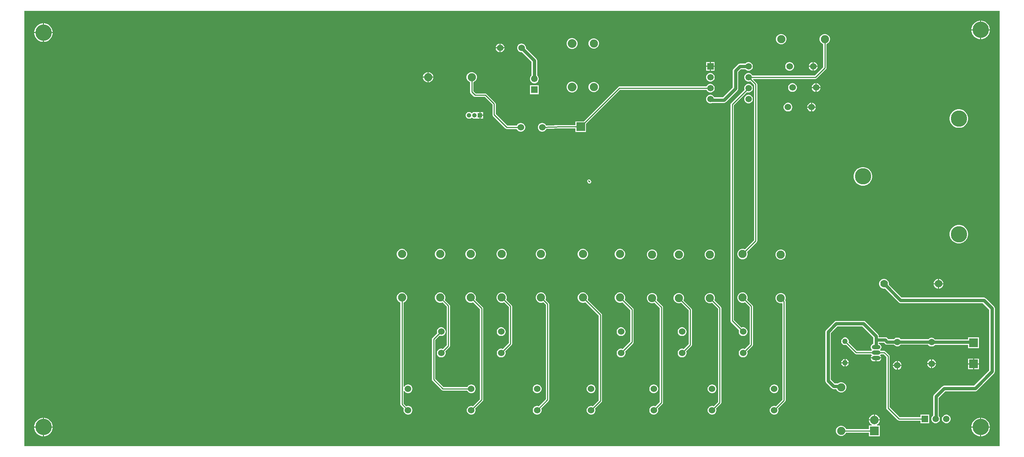
<source format=gbr>
%TF.GenerationSoftware,Altium Limited,DefaultClient, ()*%
G04 Layer_Physical_Order=1*
G04 Layer_Color=255*
%FSLAX26Y26*%
%MOIN*%
%TF.SameCoordinates,A8440E4E-9477-41F0-85EB-1FC8FE2754A5*%
%TF.FilePolarity,Positive*%
%TF.FileFunction,Copper,L1,Top,Signal*%
%TF.Part,Single*%
G01*
G75*
%TA.AperFunction,SMDPad,CuDef*%
%ADD10R,0.078740X0.078740*%
%TA.AperFunction,Conductor*%
%ADD11C,0.010000*%
%ADD12C,0.030000*%
%TA.AperFunction,NonConductor*%
%ADD13C,0.012000*%
%TA.AperFunction,ComponentPad*%
%ADD14C,0.059055*%
%ADD15R,0.059055X0.059055*%
%ADD16C,0.060000*%
%ADD17C,0.041339*%
%ADD18R,0.041339X0.041339*%
%ADD19C,0.150000*%
%ADD20C,0.070000*%
%ADD21C,0.078740*%
%ADD22R,0.078740X0.078740*%
%TA.AperFunction,ViaPad*%
%ADD23C,0.150000*%
%TA.AperFunction,ComponentPad*%
%ADD24O,0.078740X0.039370*%
%ADD25O,0.078740X0.039370*%
%ADD26C,0.050000*%
%ADD27C,0.075000*%
%ADD28R,0.061024X0.061024*%
%ADD29C,0.061024*%
%ADD30C,0.080000*%
G36*
X8950000Y1000000D02*
X0D01*
Y5000000D01*
X8950000D01*
Y1000000D01*
D02*
G37*
%LPC*%
G36*
X8783372Y4910000D02*
X8780000D01*
Y4830000D01*
X8860000D01*
Y4833372D01*
X8856734Y4849794D01*
X8850326Y4865263D01*
X8841024Y4879184D01*
X8829184Y4891024D01*
X8815263Y4900326D01*
X8799794Y4906734D01*
X8783372Y4910000D01*
D02*
G37*
G36*
X8770000D02*
X8766628D01*
X8750206Y4906734D01*
X8734737Y4900326D01*
X8720816Y4891024D01*
X8708976Y4879184D01*
X8699674Y4865263D01*
X8693266Y4849794D01*
X8690000Y4833372D01*
Y4830000D01*
X8770000D01*
Y4910000D01*
D02*
G37*
G36*
X183372Y4885000D02*
X180000D01*
Y4805000D01*
X260000D01*
Y4808372D01*
X256733Y4824794D01*
X250326Y4840263D01*
X241024Y4854184D01*
X229184Y4866024D01*
X215263Y4875326D01*
X199794Y4881734D01*
X183372Y4885000D01*
D02*
G37*
G36*
X170000D02*
X166628D01*
X150206Y4881734D01*
X134737Y4875326D01*
X120816Y4866024D01*
X108976Y4854184D01*
X99674Y4840263D01*
X93266Y4824794D01*
X90000Y4808372D01*
Y4805000D01*
X170000D01*
Y4885000D01*
D02*
G37*
G36*
X8860000Y4820000D02*
X8780000D01*
Y4740000D01*
X8783372D01*
X8799794Y4743266D01*
X8815263Y4749674D01*
X8829184Y4758976D01*
X8841024Y4770816D01*
X8850326Y4784737D01*
X8856734Y4800206D01*
X8860000Y4816628D01*
Y4820000D01*
D02*
G37*
G36*
X8770000D02*
X8690000D01*
Y4816628D01*
X8693266Y4800206D01*
X8699674Y4784737D01*
X8708976Y4770816D01*
X8720816Y4758976D01*
X8734737Y4749674D01*
X8750206Y4743266D01*
X8766628Y4740000D01*
X8770000D01*
Y4820000D01*
D02*
G37*
G36*
X260000Y4795000D02*
X180000D01*
Y4715000D01*
X183372D01*
X199794Y4718266D01*
X215263Y4724674D01*
X229184Y4733976D01*
X241024Y4745816D01*
X250326Y4759737D01*
X256733Y4775206D01*
X260000Y4791628D01*
Y4795000D01*
D02*
G37*
G36*
X170000D02*
X90000D01*
Y4791628D01*
X93266Y4775206D01*
X99674Y4759737D01*
X108976Y4745816D01*
X120816Y4733976D01*
X134737Y4724674D01*
X150206Y4718266D01*
X166628Y4715000D01*
X170000D01*
Y4795000D01*
D02*
G37*
G36*
X6951253Y4787504D02*
X6938747D01*
X6926666Y4784267D01*
X6915834Y4778014D01*
X6906990Y4769170D01*
X6900737Y4758338D01*
X6897500Y4746257D01*
Y4733751D01*
X6900737Y4721670D01*
X6906990Y4710838D01*
X6915834Y4701994D01*
X6926666Y4695741D01*
X6938747Y4692504D01*
X6951253D01*
X6963334Y4695741D01*
X6974166Y4701994D01*
X6983010Y4710838D01*
X6989263Y4721670D01*
X6992500Y4733751D01*
Y4746257D01*
X6989263Y4758338D01*
X6983010Y4769170D01*
X6974166Y4778014D01*
X6963334Y4784267D01*
X6951253Y4787504D01*
D02*
G37*
G36*
X4370266Y4700000D02*
X4370000D01*
Y4665000D01*
X4405000D01*
Y4665266D01*
X4402274Y4675439D01*
X4397008Y4684561D01*
X4389561Y4692008D01*
X4380439Y4697274D01*
X4370266Y4700000D01*
D02*
G37*
G36*
X4360000D02*
X4359734D01*
X4349561Y4697274D01*
X4340439Y4692008D01*
X4332992Y4684561D01*
X4327726Y4675439D01*
X4325000Y4665266D01*
Y4665000D01*
X4360000D01*
Y4700000D01*
D02*
G37*
G36*
X5231257Y4747500D02*
X5218751D01*
X5206670Y4744263D01*
X5195838Y4738010D01*
X5186994Y4729166D01*
X5180741Y4718334D01*
X5177504Y4706253D01*
Y4693747D01*
X5180741Y4681666D01*
X5186994Y4670834D01*
X5195838Y4661990D01*
X5206670Y4655737D01*
X5218751Y4652500D01*
X5231257D01*
X5243338Y4655737D01*
X5254170Y4661990D01*
X5263014Y4670834D01*
X5269267Y4681666D01*
X5272504Y4693747D01*
Y4706253D01*
X5269267Y4718334D01*
X5263014Y4729166D01*
X5254170Y4738010D01*
X5243338Y4744263D01*
X5231257Y4747500D01*
D02*
G37*
G36*
X5031583Y4750000D02*
X5018417D01*
X5005701Y4746592D01*
X4994299Y4740010D01*
X4984990Y4730701D01*
X4978408Y4719299D01*
X4975000Y4706583D01*
Y4693417D01*
X4978408Y4680701D01*
X4984990Y4669299D01*
X4994299Y4659990D01*
X5005701Y4653408D01*
X5018417Y4650000D01*
X5031583D01*
X5044299Y4653408D01*
X5055701Y4659990D01*
X5065010Y4669299D01*
X5071592Y4680701D01*
X5075000Y4693417D01*
Y4706583D01*
X5071592Y4719299D01*
X5065010Y4730701D01*
X5055701Y4740010D01*
X5044299Y4746592D01*
X5031583Y4750000D01*
D02*
G37*
G36*
X4405000Y4655000D02*
X4370000D01*
Y4620000D01*
X4370266D01*
X4380439Y4622726D01*
X4389561Y4627992D01*
X4397008Y4635439D01*
X4402274Y4644561D01*
X4405000Y4654734D01*
Y4655000D01*
D02*
G37*
G36*
X4360000D02*
X4325000D01*
Y4654734D01*
X4327726Y4644561D01*
X4332992Y4635439D01*
X4340439Y4627992D01*
X4349561Y4622726D01*
X4359734Y4620000D01*
X4360000D01*
Y4655000D01*
D02*
G37*
G36*
X7243534Y4530000D02*
X7243268D01*
Y4495000D01*
X7278268D01*
Y4495266D01*
X7275542Y4505439D01*
X7270276Y4514561D01*
X7262829Y4522008D01*
X7253707Y4527274D01*
X7243534Y4530000D01*
D02*
G37*
G36*
X6334528Y4529528D02*
X6300000D01*
Y4495000D01*
X6334528D01*
Y4529528D01*
D02*
G37*
G36*
X6290000D02*
X6255472D01*
Y4495000D01*
X6290000D01*
Y4529528D01*
D02*
G37*
G36*
X7233268Y4530000D02*
X7233002D01*
X7222829Y4527274D01*
X7213707Y4522008D01*
X7206260Y4514561D01*
X7200994Y4505439D01*
X7198268Y4495266D01*
Y4495000D01*
X7233268D01*
Y4530000D01*
D02*
G37*
G36*
X6650204Y4529528D02*
X6639796D01*
X6629743Y4526834D01*
X6620730Y4521630D01*
X6614589Y4515490D01*
X6565000D01*
X6555245Y4513550D01*
X6546976Y4508024D01*
X6506976Y4468024D01*
X6501450Y4459755D01*
X6499510Y4450000D01*
Y4295558D01*
X6409442Y4205490D01*
X6331699D01*
X6326630Y4214270D01*
X6319270Y4221630D01*
X6310257Y4226834D01*
X6300204Y4229528D01*
X6289796D01*
X6279743Y4226834D01*
X6270730Y4221630D01*
X6263370Y4214270D01*
X6258166Y4205257D01*
X6255472Y4195204D01*
Y4184796D01*
X6258166Y4174743D01*
X6263370Y4165730D01*
X6270730Y4158370D01*
X6279743Y4153166D01*
X6289796Y4150472D01*
X6300204D01*
X6310257Y4153166D01*
X6312585Y4154510D01*
X6420000D01*
X6429755Y4156450D01*
X6438024Y4161976D01*
X6543024Y4266976D01*
X6548550Y4275245D01*
X6550490Y4285000D01*
Y4439442D01*
X6575558Y4464510D01*
X6614589D01*
X6620730Y4458370D01*
X6629743Y4453166D01*
X6639796Y4450472D01*
X6650204D01*
X6660257Y4453166D01*
X6669270Y4458370D01*
X6676630Y4465730D01*
X6681834Y4474743D01*
X6684528Y4484796D01*
Y4495204D01*
X6681834Y4505257D01*
X6676630Y4514270D01*
X6669270Y4521630D01*
X6660257Y4526834D01*
X6650204Y4529528D01*
D02*
G37*
G36*
X6334528Y4485000D02*
X6300000D01*
Y4450472D01*
X6334528D01*
Y4485000D01*
D02*
G37*
G36*
X6290000D02*
X6255472D01*
Y4450472D01*
X6290000D01*
Y4485000D01*
D02*
G37*
G36*
X7278268D02*
X7243268D01*
Y4450000D01*
X7243534D01*
X7253707Y4452726D01*
X7262829Y4457992D01*
X7270276Y4465439D01*
X7275542Y4474561D01*
X7278268Y4484734D01*
Y4485000D01*
D02*
G37*
G36*
X7233268D02*
X7198268D01*
Y4484734D01*
X7200994Y4474561D01*
X7206260Y4465439D01*
X7213707Y4457992D01*
X7222829Y4452726D01*
X7233002Y4450000D01*
X7233268D01*
Y4485000D01*
D02*
G37*
G36*
X7026998Y4530000D02*
X7016466D01*
X7006293Y4527274D01*
X6997171Y4522008D01*
X6989724Y4514561D01*
X6984458Y4505439D01*
X6981732Y4495266D01*
Y4484734D01*
X6984458Y4474561D01*
X6989724Y4465439D01*
X6997171Y4457992D01*
X7006293Y4452726D01*
X7016466Y4450000D01*
X7026998D01*
X7037171Y4452726D01*
X7046293Y4457992D01*
X7053740Y4465439D01*
X7059006Y4474561D01*
X7061732Y4484734D01*
Y4495266D01*
X7059006Y4505439D01*
X7053740Y4514561D01*
X7046293Y4522008D01*
X7037171Y4527274D01*
X7026998Y4530000D01*
D02*
G37*
G36*
X7351253Y4787504D02*
X7338747D01*
X7326666Y4784267D01*
X7315834Y4778014D01*
X7306990Y4769170D01*
X7300737Y4758338D01*
X7297500Y4746257D01*
Y4733751D01*
X7300737Y4721670D01*
X7306990Y4710838D01*
X7315834Y4701994D01*
X7326666Y4695741D01*
X7329706Y4694926D01*
Y4481335D01*
X7253665Y4405294D01*
X6681813D01*
X6676630Y4414270D01*
X6669270Y4421630D01*
X6660257Y4426834D01*
X6650204Y4429528D01*
X6639796D01*
X6629743Y4426834D01*
X6620730Y4421630D01*
X6613370Y4414270D01*
X6608166Y4405257D01*
X6605472Y4395204D01*
Y4384796D01*
X6608166Y4374743D01*
X6613370Y4365730D01*
X6620730Y4358370D01*
X6629743Y4353166D01*
X6639796Y4350472D01*
X6650204D01*
X6660216Y4353155D01*
X6694706Y4318665D01*
Y2891331D01*
X6611064Y2807689D01*
X6608338Y2809263D01*
X6596257Y2812500D01*
X6583751D01*
X6571670Y2809263D01*
X6560838Y2803010D01*
X6551994Y2794166D01*
X6545741Y2783334D01*
X6542504Y2771253D01*
Y2758747D01*
X6545741Y2746666D01*
X6551994Y2735834D01*
X6560838Y2726990D01*
X6571670Y2720737D01*
X6583751Y2717500D01*
X6596257D01*
X6608338Y2720737D01*
X6619170Y2726990D01*
X6628014Y2735834D01*
X6634267Y2746666D01*
X6637504Y2758747D01*
Y2771253D01*
X6634267Y2783334D01*
X6632693Y2786060D01*
X6720814Y2874182D01*
X6724130Y2879143D01*
X6725294Y2884996D01*
Y4325000D01*
X6724130Y4330853D01*
X6720814Y4335814D01*
X6686542Y4370087D01*
X6688456Y4374706D01*
X7260000D01*
X7265853Y4375870D01*
X7270814Y4379186D01*
X7355815Y4464186D01*
X7359130Y4469147D01*
X7360294Y4475000D01*
Y4694926D01*
X7363334Y4695741D01*
X7374166Y4701994D01*
X7383010Y4710838D01*
X7389263Y4721670D01*
X7392500Y4733751D01*
Y4746257D01*
X7389263Y4758338D01*
X7383010Y4769170D01*
X7374166Y4778014D01*
X7363334Y4784267D01*
X7351253Y4787504D01*
D02*
G37*
G36*
X3711253Y4437496D02*
X3710000D01*
Y4394996D01*
X3752500D01*
Y4396249D01*
X3749263Y4408330D01*
X3743010Y4419162D01*
X3734166Y4428006D01*
X3723334Y4434259D01*
X3711253Y4437496D01*
D02*
G37*
G36*
X3700000D02*
X3698747D01*
X3686666Y4434259D01*
X3675834Y4428006D01*
X3666990Y4419162D01*
X3660737Y4408330D01*
X3657500Y4396249D01*
Y4394996D01*
X3700000D01*
Y4437496D01*
D02*
G37*
G36*
X6300204Y4429528D02*
X6289796D01*
X6279743Y4426834D01*
X6270730Y4421630D01*
X6263370Y4414270D01*
X6258166Y4405257D01*
X6255472Y4395204D01*
Y4384796D01*
X6258166Y4374743D01*
X6263370Y4365730D01*
X6270730Y4358370D01*
X6279743Y4353166D01*
X6289796Y4350472D01*
X6300204D01*
X6310257Y4353166D01*
X6319270Y4358370D01*
X6326630Y4365730D01*
X6331834Y4374743D01*
X6334528Y4384796D01*
Y4395204D01*
X6331834Y4405257D01*
X6326630Y4414270D01*
X6319270Y4421630D01*
X6310257Y4426834D01*
X6300204Y4429528D01*
D02*
G37*
G36*
X3752500Y4384996D02*
X3710000D01*
Y4342496D01*
X3711253D01*
X3723334Y4345733D01*
X3734166Y4351986D01*
X3743010Y4360830D01*
X3749263Y4371662D01*
X3752500Y4383743D01*
Y4384996D01*
D02*
G37*
G36*
X3700000D02*
X3657500D01*
Y4383743D01*
X3660737Y4371662D01*
X3666990Y4360830D01*
X3675834Y4351986D01*
X3686666Y4345733D01*
X3698747Y4342496D01*
X3700000D01*
Y4384996D01*
D02*
G37*
G36*
X4567116Y4700000D02*
X4556584D01*
X4546411Y4697274D01*
X4537289Y4692008D01*
X4529842Y4684561D01*
X4524576Y4675439D01*
X4521850Y4665266D01*
Y4654734D01*
X4524576Y4644561D01*
X4529842Y4635439D01*
X4537289Y4627992D01*
X4546411Y4622726D01*
X4556584Y4620000D01*
X4565802D01*
X4654510Y4531292D01*
Y4406802D01*
X4647583Y4399875D01*
X4642249Y4390637D01*
X4639488Y4380333D01*
Y4369667D01*
X4642249Y4359363D01*
X4647583Y4350125D01*
X4655125Y4342583D01*
X4664363Y4337249D01*
X4674667Y4334488D01*
X4685333D01*
X4695637Y4337249D01*
X4704875Y4342583D01*
X4712417Y4350125D01*
X4717751Y4359363D01*
X4720512Y4369667D01*
Y4380333D01*
X4717751Y4390637D01*
X4712417Y4399875D01*
X4705490Y4406802D01*
Y4541850D01*
X4703550Y4551605D01*
X4698024Y4559874D01*
X4601850Y4656048D01*
Y4665266D01*
X4599124Y4675439D01*
X4593858Y4684561D01*
X4586411Y4692008D01*
X4577289Y4697274D01*
X4567116Y4700000D01*
D02*
G37*
G36*
X7270266Y4335000D02*
X7270000D01*
Y4300000D01*
X7305000D01*
Y4300266D01*
X7302274Y4310439D01*
X7297008Y4319561D01*
X7289561Y4327008D01*
X7280439Y4332274D01*
X7270266Y4335000D01*
D02*
G37*
G36*
X7260000D02*
X7259734D01*
X7249561Y4332274D01*
X7240439Y4327008D01*
X7232992Y4319561D01*
X7227726Y4310439D01*
X7225000Y4300266D01*
Y4300000D01*
X7260000D01*
Y4335000D01*
D02*
G37*
G36*
X7305000Y4290000D02*
X7270000D01*
Y4255000D01*
X7270266D01*
X7280439Y4257726D01*
X7289561Y4262992D01*
X7297008Y4270439D01*
X7302274Y4279561D01*
X7305000Y4289734D01*
Y4290000D01*
D02*
G37*
G36*
X7260000D02*
X7225000D01*
Y4289734D01*
X7227726Y4279561D01*
X7232992Y4270439D01*
X7240439Y4262992D01*
X7249561Y4257726D01*
X7259734Y4255000D01*
X7260000D01*
Y4290000D01*
D02*
G37*
G36*
X7053732Y4335000D02*
X7043200D01*
X7033027Y4332274D01*
X7023905Y4327008D01*
X7016458Y4319561D01*
X7011192Y4310439D01*
X7008466Y4300266D01*
Y4289734D01*
X7011192Y4279561D01*
X7016458Y4270439D01*
X7023905Y4262992D01*
X7033027Y4257726D01*
X7043200Y4255000D01*
X7053732D01*
X7063905Y4257726D01*
X7073027Y4262992D01*
X7080474Y4270439D01*
X7085740Y4279561D01*
X7088466Y4289734D01*
Y4300266D01*
X7085740Y4310439D01*
X7080474Y4319561D01*
X7073027Y4327008D01*
X7063905Y4332274D01*
X7053732Y4335000D01*
D02*
G37*
G36*
X5231257Y4347500D02*
X5218751D01*
X5206670Y4344263D01*
X5195838Y4338010D01*
X5186994Y4329166D01*
X5180741Y4318334D01*
X5177504Y4306253D01*
Y4293747D01*
X5180741Y4281666D01*
X5186994Y4270834D01*
X5195838Y4261990D01*
X5206670Y4255737D01*
X5218751Y4252500D01*
X5231257D01*
X5243338Y4255737D01*
X5254170Y4261990D01*
X5263014Y4270834D01*
X5269267Y4281666D01*
X5272504Y4293747D01*
Y4306253D01*
X5269267Y4318334D01*
X5263014Y4329166D01*
X5254170Y4338010D01*
X5243338Y4344263D01*
X5231257Y4347500D01*
D02*
G37*
G36*
X6650204Y4329528D02*
X6639796D01*
X6629743Y4326834D01*
X6620730Y4321630D01*
X6613370Y4314270D01*
X6608166Y4305257D01*
X6605472Y4295204D01*
Y4284796D01*
X6608155Y4274784D01*
X6484186Y4150814D01*
X6480870Y4145853D01*
X6479706Y4140000D01*
Y2151850D01*
X6480870Y2145997D01*
X6484186Y2141036D01*
X6557801Y2067420D01*
X6557726Y2067289D01*
X6555000Y2057116D01*
Y2046584D01*
X6557726Y2036411D01*
X6562992Y2027289D01*
X6570439Y2019842D01*
X6579561Y2014576D01*
X6589734Y2011850D01*
X6600266D01*
X6610439Y2014576D01*
X6619561Y2019842D01*
X6627008Y2027289D01*
X6632274Y2036411D01*
X6635000Y2046584D01*
Y2057116D01*
X6632274Y2067289D01*
X6627008Y2076411D01*
X6619561Y2083858D01*
X6610439Y2089124D01*
X6600266Y2091850D01*
X6589734D01*
X6579561Y2089124D01*
X6579430Y2089049D01*
X6510294Y2158185D01*
Y4133665D01*
X6629784Y4253155D01*
X6639796Y4250472D01*
X6650204D01*
X6660257Y4253166D01*
X6669270Y4258370D01*
X6676630Y4265730D01*
X6681834Y4274743D01*
X6684528Y4284796D01*
Y4295204D01*
X6681834Y4305257D01*
X6676630Y4314270D01*
X6669270Y4321630D01*
X6660257Y4326834D01*
X6650204Y4329528D01*
D02*
G37*
G36*
X6300204D02*
X6289796D01*
X6279743Y4326834D01*
X6270730Y4321630D01*
X6263370Y4314270D01*
X6258187Y4305294D01*
X5460000D01*
X5454147Y4304130D01*
X5449186Y4300814D01*
X5132741Y3984370D01*
X5055630D01*
Y3950294D01*
X4934000D01*
X4933791Y3950252D01*
X4933580Y3950288D01*
X4788622Y3946309D01*
X4783858Y3954561D01*
X4776411Y3962008D01*
X4767289Y3967274D01*
X4757116Y3970000D01*
X4746584D01*
X4736411Y3967274D01*
X4727289Y3962008D01*
X4719842Y3954561D01*
X4714576Y3945439D01*
X4711850Y3935266D01*
Y3924734D01*
X4714576Y3914561D01*
X4719842Y3905439D01*
X4727289Y3897992D01*
X4736411Y3892726D01*
X4746584Y3890000D01*
X4757116D01*
X4767289Y3892726D01*
X4776411Y3897992D01*
X4783858Y3905439D01*
X4789124Y3914561D01*
X4789438Y3915732D01*
X4934208Y3919706D01*
X5055630D01*
Y3885630D01*
X5154370D01*
Y3962741D01*
X5466335Y4274706D01*
X6258187D01*
X6263370Y4265730D01*
X6270730Y4258370D01*
X6279743Y4253166D01*
X6289796Y4250472D01*
X6300204D01*
X6310257Y4253166D01*
X6319270Y4258370D01*
X6326630Y4265730D01*
X6331834Y4274743D01*
X6334528Y4284796D01*
Y4295204D01*
X6331834Y4305257D01*
X6326630Y4314270D01*
X6319270Y4321630D01*
X6310257Y4326834D01*
X6300204Y4329528D01*
D02*
G37*
G36*
X5031583Y4350000D02*
X5018417D01*
X5005701Y4346592D01*
X4994299Y4340010D01*
X4984990Y4330701D01*
X4978408Y4319299D01*
X4975000Y4306583D01*
Y4293417D01*
X4978408Y4280701D01*
X4984990Y4269299D01*
X4994299Y4259990D01*
X5005701Y4253408D01*
X5018417Y4250000D01*
X5031583D01*
X5044299Y4253408D01*
X5055701Y4259990D01*
X5065010Y4269299D01*
X5071592Y4280701D01*
X5075000Y4293417D01*
Y4306583D01*
X5071592Y4319299D01*
X5065010Y4330701D01*
X5055701Y4340010D01*
X5044299Y4346592D01*
X5031583Y4350000D01*
D02*
G37*
G36*
X4720512Y4315512D02*
X4639488D01*
Y4234488D01*
X4720512D01*
Y4315512D01*
D02*
G37*
G36*
X6650204Y4229528D02*
X6639796D01*
X6629743Y4226834D01*
X6620730Y4221630D01*
X6613370Y4214270D01*
X6608166Y4205257D01*
X6605472Y4195204D01*
Y4184796D01*
X6608166Y4174743D01*
X6613370Y4165730D01*
X6620730Y4158370D01*
X6629743Y4153166D01*
X6639796Y4150472D01*
X6650204D01*
X6660257Y4153166D01*
X6669270Y4158370D01*
X6676630Y4165730D01*
X6681834Y4174743D01*
X6684528Y4184796D01*
Y4195204D01*
X6681834Y4205257D01*
X6676630Y4214270D01*
X6669270Y4221630D01*
X6660257Y4226834D01*
X6650204Y4229528D01*
D02*
G37*
G36*
X7228534Y4155000D02*
X7228268D01*
Y4120000D01*
X7263268D01*
Y4120266D01*
X7260542Y4130439D01*
X7255276Y4139561D01*
X7247829Y4147008D01*
X7238707Y4152274D01*
X7228534Y4155000D01*
D02*
G37*
G36*
X7218268D02*
X7218002D01*
X7207829Y4152274D01*
X7198707Y4147008D01*
X7191260Y4139561D01*
X7185994Y4130439D01*
X7183268Y4120266D01*
Y4120000D01*
X7218268D01*
Y4155000D01*
D02*
G37*
G36*
X7263268Y4110000D02*
X7228268D01*
Y4075000D01*
X7228534D01*
X7238707Y4077726D01*
X7247829Y4082992D01*
X7255276Y4090439D01*
X7260542Y4099561D01*
X7263268Y4109734D01*
Y4110000D01*
D02*
G37*
G36*
X7218268D02*
X7183268D01*
Y4109734D01*
X7185994Y4099561D01*
X7191260Y4090439D01*
X7198707Y4082992D01*
X7207829Y4077726D01*
X7218002Y4075000D01*
X7218268D01*
Y4110000D01*
D02*
G37*
G36*
X7011998Y4155000D02*
X7001466D01*
X6991293Y4152274D01*
X6982171Y4147008D01*
X6974724Y4139561D01*
X6969458Y4130439D01*
X6966732Y4120266D01*
Y4109734D01*
X6969458Y4099561D01*
X6974724Y4090439D01*
X6982171Y4082992D01*
X6991293Y4077726D01*
X7001466Y4075000D01*
X7011998D01*
X7022171Y4077726D01*
X7031293Y4082992D01*
X7038740Y4090439D01*
X7044006Y4099561D01*
X7046732Y4109734D01*
Y4120266D01*
X7044006Y4130439D01*
X7038740Y4139561D01*
X7031293Y4147008D01*
X7022171Y4152274D01*
X7011998Y4155000D01*
D02*
G37*
G36*
X4175000Y4070669D02*
X4149331D01*
Y4070027D01*
X4144331Y4067140D01*
X4141838Y4068579D01*
X4134038Y4070669D01*
X4125962D01*
X4118162Y4068579D01*
X4111169Y4064541D01*
X4108355Y4061728D01*
X4105000Y4059180D01*
X4101645Y4061728D01*
X4098831Y4064541D01*
X4091838Y4068579D01*
X4084038Y4070669D01*
X4075962D01*
X4068162Y4068579D01*
X4061169Y4064541D01*
X4055459Y4058831D01*
X4051421Y4051838D01*
X4049331Y4044038D01*
Y4035962D01*
X4051421Y4028162D01*
X4055459Y4021169D01*
X4061169Y4015459D01*
X4068162Y4011421D01*
X4075962Y4009331D01*
X4084038D01*
X4091838Y4011421D01*
X4098831Y4015459D01*
X4101645Y4018272D01*
X4105000Y4020820D01*
X4108355Y4018272D01*
X4111169Y4015459D01*
X4118162Y4011421D01*
X4125962Y4009331D01*
X4134038D01*
X4141838Y4011421D01*
X4144331Y4012860D01*
X4149331Y4009973D01*
Y4009331D01*
X4175000D01*
Y4040000D01*
Y4070669D01*
D02*
G37*
G36*
X4210669D02*
X4185000D01*
Y4045000D01*
X4210669D01*
Y4070669D01*
D02*
G37*
G36*
Y4035000D02*
X4185000D01*
Y4009331D01*
X4210669D01*
Y4035000D01*
D02*
G37*
G36*
X8583372Y4095000D02*
X8566628D01*
X8550206Y4091733D01*
X8534737Y4085326D01*
X8520816Y4076024D01*
X8508976Y4064184D01*
X8499674Y4050263D01*
X8493266Y4034794D01*
X8490000Y4018372D01*
Y4001628D01*
X8493266Y3985206D01*
X8499674Y3969737D01*
X8508976Y3955816D01*
X8520816Y3943976D01*
X8534737Y3934674D01*
X8550206Y3928267D01*
X8566628Y3925000D01*
X8583372D01*
X8599794Y3928267D01*
X8615263Y3934674D01*
X8629184Y3943976D01*
X8641024Y3955816D01*
X8650326Y3969737D01*
X8656734Y3985206D01*
X8660000Y4001628D01*
Y4018372D01*
X8656734Y4034794D01*
X8650326Y4050263D01*
X8641024Y4064184D01*
X8629184Y4076024D01*
X8615263Y4085326D01*
X8599794Y4091733D01*
X8583372Y4095000D01*
D02*
G37*
G36*
X4111253Y4437496D02*
X4098747D01*
X4086666Y4434259D01*
X4075834Y4428006D01*
X4066990Y4419162D01*
X4060737Y4408330D01*
X4057500Y4396249D01*
Y4383743D01*
X4060737Y4371662D01*
X4066990Y4360830D01*
X4075834Y4351986D01*
X4086666Y4345733D01*
X4089706Y4344918D01*
Y4255000D01*
X4090870Y4249147D01*
X4094186Y4244186D01*
X4124186Y4214186D01*
X4129147Y4210870D01*
X4135000Y4209706D01*
X4223665D01*
X4294706Y4138665D01*
Y4045000D01*
X4295870Y4039147D01*
X4299186Y4034186D01*
X4414186Y3919186D01*
X4419147Y3915870D01*
X4425000Y3914706D01*
X4517687D01*
X4517726Y3914561D01*
X4522992Y3905439D01*
X4530439Y3897992D01*
X4539561Y3892726D01*
X4549734Y3890000D01*
X4560266D01*
X4570439Y3892726D01*
X4579561Y3897992D01*
X4587008Y3905439D01*
X4592274Y3914561D01*
X4595000Y3924734D01*
Y3935266D01*
X4592274Y3945439D01*
X4587008Y3954561D01*
X4579561Y3962008D01*
X4570439Y3967274D01*
X4560266Y3970000D01*
X4549734D01*
X4539561Y3967274D01*
X4530439Y3962008D01*
X4522992Y3954561D01*
X4517726Y3945439D01*
X4517687Y3945294D01*
X4431335D01*
X4325294Y4051335D01*
Y4145000D01*
X4324130Y4150853D01*
X4320814Y4155814D01*
X4240814Y4235814D01*
X4235853Y4239130D01*
X4230000Y4240294D01*
X4141335D01*
X4120294Y4261335D01*
Y4344918D01*
X4123334Y4345733D01*
X4134166Y4351986D01*
X4143010Y4360830D01*
X4149263Y4371662D01*
X4152500Y4383743D01*
Y4396249D01*
X4149263Y4408330D01*
X4143010Y4419162D01*
X4134166Y4428006D01*
X4123334Y4434259D01*
X4111253Y4437496D01*
D02*
G37*
G36*
X5180000Y3451314D02*
X5173757Y3450072D01*
X5168465Y3446535D01*
X5164928Y3441243D01*
X5163686Y3435000D01*
X5164928Y3428757D01*
X5168465Y3423465D01*
X5173465Y3418465D01*
X5178757Y3414928D01*
X5185000Y3413686D01*
X5191243Y3414928D01*
X5196535Y3418465D01*
X5200072Y3423757D01*
X5201314Y3430000D01*
X5200072Y3436243D01*
X5196535Y3441535D01*
X5191535Y3446535D01*
X5186243Y3450072D01*
X5180000Y3451314D01*
D02*
G37*
G36*
X7703372Y3564000D02*
X7686628D01*
X7670206Y3560733D01*
X7654737Y3554326D01*
X7640816Y3545024D01*
X7628976Y3533184D01*
X7619674Y3519263D01*
X7613266Y3503794D01*
X7610000Y3487372D01*
Y3470628D01*
X7613266Y3454206D01*
X7619674Y3438737D01*
X7628976Y3424816D01*
X7640816Y3412976D01*
X7654737Y3403674D01*
X7670206Y3397267D01*
X7686628Y3394000D01*
X7703372D01*
X7719794Y3397267D01*
X7735263Y3403674D01*
X7749184Y3412976D01*
X7761024Y3424816D01*
X7770326Y3438737D01*
X7776734Y3454206D01*
X7780000Y3470628D01*
Y3487372D01*
X7776734Y3503794D01*
X7770326Y3519263D01*
X7761024Y3533184D01*
X7749184Y3545024D01*
X7735263Y3554326D01*
X7719794Y3560733D01*
X7703372Y3564000D01*
D02*
G37*
G36*
X8583372Y3033000D02*
X8566628D01*
X8550206Y3029733D01*
X8534737Y3023326D01*
X8520816Y3014024D01*
X8508976Y3002184D01*
X8499674Y2988263D01*
X8493266Y2972794D01*
X8490000Y2956372D01*
Y2939628D01*
X8493266Y2923206D01*
X8499674Y2907737D01*
X8508976Y2893816D01*
X8520816Y2881976D01*
X8534737Y2872674D01*
X8550206Y2866267D01*
X8566628Y2863000D01*
X8583372D01*
X8599794Y2866267D01*
X8615263Y2872674D01*
X8629184Y2881976D01*
X8641024Y2893816D01*
X8650326Y2907737D01*
X8656734Y2923206D01*
X8660000Y2939628D01*
Y2956372D01*
X8656734Y2972794D01*
X8650326Y2988263D01*
X8641024Y3002184D01*
X8629184Y3014024D01*
X8615263Y3023326D01*
X8599794Y3029733D01*
X8583372Y3033000D01*
D02*
G37*
G36*
X5471257Y2812500D02*
X5458751D01*
X5446670Y2809263D01*
X5435838Y2803010D01*
X5426994Y2794166D01*
X5420741Y2783334D01*
X5417504Y2771253D01*
Y2758747D01*
X5420741Y2746666D01*
X5426994Y2735834D01*
X5435838Y2726990D01*
X5446670Y2720737D01*
X5458751Y2717500D01*
X5471257D01*
X5483338Y2720737D01*
X5494170Y2726990D01*
X5503014Y2735834D01*
X5509267Y2746666D01*
X5512504Y2758747D01*
Y2771253D01*
X5509267Y2783334D01*
X5503014Y2794166D01*
X5494170Y2803010D01*
X5483338Y2809263D01*
X5471257Y2812500D01*
D02*
G37*
G36*
X5131257D02*
X5118751D01*
X5106670Y2809263D01*
X5095838Y2803010D01*
X5086994Y2794166D01*
X5080741Y2783334D01*
X5077504Y2771253D01*
Y2758747D01*
X5080741Y2746666D01*
X5086994Y2735834D01*
X5095838Y2726990D01*
X5106670Y2720737D01*
X5118751Y2717500D01*
X5131257D01*
X5143338Y2720737D01*
X5154170Y2726990D01*
X5163014Y2735834D01*
X5169267Y2746666D01*
X5172504Y2758747D01*
Y2771253D01*
X5169267Y2783334D01*
X5163014Y2794166D01*
X5154170Y2803010D01*
X5143338Y2809263D01*
X5131257Y2812500D01*
D02*
G37*
G36*
X4746253D02*
X4733747D01*
X4721666Y2809263D01*
X4710834Y2803010D01*
X4701990Y2794166D01*
X4695737Y2783334D01*
X4692500Y2771253D01*
Y2758747D01*
X4695737Y2746666D01*
X4701990Y2735834D01*
X4710834Y2726990D01*
X4721666Y2720737D01*
X4733747Y2717500D01*
X4746253D01*
X4758334Y2720737D01*
X4769166Y2726990D01*
X4778010Y2735834D01*
X4784263Y2746666D01*
X4787500Y2758747D01*
Y2771253D01*
X4784263Y2783334D01*
X4778010Y2794166D01*
X4769166Y2803010D01*
X4758334Y2809263D01*
X4746253Y2812500D01*
D02*
G37*
G36*
X4386253D02*
X4373747D01*
X4361666Y2809263D01*
X4350834Y2803010D01*
X4341990Y2794166D01*
X4335737Y2783334D01*
X4332500Y2771253D01*
Y2758747D01*
X4335737Y2746666D01*
X4341990Y2735834D01*
X4350834Y2726990D01*
X4361666Y2720737D01*
X4373747Y2717500D01*
X4386253D01*
X4398334Y2720737D01*
X4409166Y2726990D01*
X4418010Y2735834D01*
X4424263Y2746666D01*
X4427500Y2758747D01*
Y2771253D01*
X4424263Y2783334D01*
X4418010Y2794166D01*
X4409166Y2803010D01*
X4398334Y2809263D01*
X4386253Y2812500D01*
D02*
G37*
G36*
X4101253D02*
X4088747D01*
X4076666Y2809263D01*
X4065834Y2803010D01*
X4056990Y2794166D01*
X4050737Y2783334D01*
X4047500Y2771253D01*
Y2758747D01*
X4050737Y2746666D01*
X4056990Y2735834D01*
X4065834Y2726990D01*
X4076666Y2720737D01*
X4088747Y2717500D01*
X4101253D01*
X4113334Y2720737D01*
X4124166Y2726990D01*
X4133010Y2735834D01*
X4139263Y2746666D01*
X4142500Y2758747D01*
Y2771253D01*
X4139263Y2783334D01*
X4133010Y2794166D01*
X4124166Y2803010D01*
X4113334Y2809263D01*
X4101253Y2812500D01*
D02*
G37*
G36*
X3821253D02*
X3808747D01*
X3796666Y2809263D01*
X3785834Y2803010D01*
X3776990Y2794166D01*
X3770737Y2783334D01*
X3767500Y2771253D01*
Y2758747D01*
X3770737Y2746666D01*
X3776990Y2735834D01*
X3785834Y2726990D01*
X3796666Y2720737D01*
X3808747Y2717500D01*
X3821253D01*
X3833334Y2720737D01*
X3844166Y2726990D01*
X3853010Y2735834D01*
X3859263Y2746666D01*
X3862500Y2758747D01*
Y2771253D01*
X3859263Y2783334D01*
X3853010Y2794166D01*
X3844166Y2803010D01*
X3833334Y2809263D01*
X3821253Y2812500D01*
D02*
G37*
G36*
X3471253D02*
X3458747D01*
X3446666Y2809263D01*
X3435834Y2803010D01*
X3426990Y2794166D01*
X3420737Y2783334D01*
X3417500Y2771253D01*
Y2758747D01*
X3420737Y2746666D01*
X3426990Y2735834D01*
X3435834Y2726990D01*
X3446666Y2720737D01*
X3458747Y2717500D01*
X3471253D01*
X3483334Y2720737D01*
X3494166Y2726990D01*
X3503010Y2735834D01*
X3509263Y2746666D01*
X3512500Y2758747D01*
Y2771253D01*
X3509263Y2783334D01*
X3503010Y2794166D01*
X3494166Y2803010D01*
X3483334Y2809263D01*
X3471253Y2812500D01*
D02*
G37*
G36*
X6946257Y2807500D02*
X6933751D01*
X6921670Y2804263D01*
X6910838Y2798010D01*
X6901994Y2789166D01*
X6895741Y2778334D01*
X6892504Y2766253D01*
Y2753747D01*
X6895741Y2741666D01*
X6901994Y2730834D01*
X6910838Y2721990D01*
X6921670Y2715737D01*
X6933751Y2712500D01*
X6946257D01*
X6958338Y2715737D01*
X6969170Y2721990D01*
X6978014Y2730834D01*
X6984267Y2741666D01*
X6987504Y2753747D01*
Y2766253D01*
X6984267Y2778334D01*
X6978014Y2789166D01*
X6969170Y2798010D01*
X6958338Y2804263D01*
X6946257Y2807500D01*
D02*
G37*
G36*
X6296257D02*
X6283751D01*
X6271670Y2804263D01*
X6260838Y2798010D01*
X6251994Y2789166D01*
X6245741Y2778334D01*
X6242504Y2766253D01*
Y2753747D01*
X6245741Y2741666D01*
X6251994Y2730834D01*
X6260838Y2721990D01*
X6271670Y2715737D01*
X6283751Y2712500D01*
X6296257D01*
X6308338Y2715737D01*
X6319170Y2721990D01*
X6328014Y2730834D01*
X6334267Y2741666D01*
X6337504Y2753747D01*
Y2766253D01*
X6334267Y2778334D01*
X6328014Y2789166D01*
X6319170Y2798010D01*
X6308338Y2804263D01*
X6296257Y2807500D01*
D02*
G37*
G36*
X6011257D02*
X5998751D01*
X5986670Y2804263D01*
X5975838Y2798010D01*
X5966994Y2789166D01*
X5960741Y2778334D01*
X5957504Y2766253D01*
Y2753747D01*
X5960741Y2741666D01*
X5966994Y2730834D01*
X5975838Y2721990D01*
X5986670Y2715737D01*
X5998751Y2712500D01*
X6011257D01*
X6023338Y2715737D01*
X6034170Y2721990D01*
X6043014Y2730834D01*
X6049267Y2741666D01*
X6052504Y2753747D01*
Y2766253D01*
X6049267Y2778334D01*
X6043014Y2789166D01*
X6034170Y2798010D01*
X6023338Y2804263D01*
X6011257Y2807500D01*
D02*
G37*
G36*
X5766257D02*
X5753751D01*
X5741670Y2804263D01*
X5730838Y2798010D01*
X5721994Y2789166D01*
X5715741Y2778334D01*
X5712504Y2766253D01*
Y2753747D01*
X5715741Y2741666D01*
X5721994Y2730834D01*
X5730838Y2721990D01*
X5741670Y2715737D01*
X5753751Y2712500D01*
X5766257D01*
X5778338Y2715737D01*
X5789170Y2721990D01*
X5798014Y2730834D01*
X5804267Y2741666D01*
X5807504Y2753747D01*
Y2766253D01*
X5804267Y2778334D01*
X5798014Y2789166D01*
X5789170Y2798010D01*
X5778338Y2804263D01*
X5766257Y2807500D01*
D02*
G37*
G36*
X8393924Y2537000D02*
X8393000D01*
Y2497000D01*
X8433000D01*
Y2497924D01*
X8429933Y2509369D01*
X8424009Y2519631D01*
X8415631Y2528009D01*
X8405369Y2533933D01*
X8393924Y2537000D01*
D02*
G37*
G36*
X8383000D02*
X8382076D01*
X8370631Y2533933D01*
X8360369Y2528009D01*
X8351991Y2519631D01*
X8346067Y2509369D01*
X8343000Y2497924D01*
Y2497000D01*
X8383000D01*
Y2537000D01*
D02*
G37*
G36*
X8433000Y2487000D02*
X8393000D01*
Y2447000D01*
X8393924D01*
X8405369Y2450067D01*
X8415631Y2455991D01*
X8424009Y2464369D01*
X8429933Y2474631D01*
X8433000Y2486076D01*
Y2487000D01*
D02*
G37*
G36*
X8383000D02*
X8343000D01*
Y2486076D01*
X8346067Y2474631D01*
X8351991Y2464369D01*
X8360369Y2455991D01*
X8370631Y2450067D01*
X8382076Y2447000D01*
X8383000D01*
Y2487000D01*
D02*
G37*
G36*
X6040266Y2091850D02*
X6029734D01*
X6019561Y2089124D01*
X6010439Y2083858D01*
X6002992Y2076411D01*
X5997726Y2067289D01*
X5995000Y2057116D01*
Y2046584D01*
X5997726Y2036411D01*
X6002992Y2027289D01*
X6010439Y2019842D01*
X6019561Y2014576D01*
X6029734Y2011850D01*
X6040266D01*
X6050439Y2014576D01*
X6059561Y2019842D01*
X6067008Y2027289D01*
X6072274Y2036411D01*
X6075000Y2046584D01*
Y2057116D01*
X6072274Y2067289D01*
X6067008Y2076411D01*
X6059561Y2083858D01*
X6050439Y2089124D01*
X6040266Y2091850D01*
D02*
G37*
G36*
X5480266D02*
X5469734D01*
X5459561Y2089124D01*
X5450439Y2083858D01*
X5442992Y2076411D01*
X5437726Y2067289D01*
X5435000Y2057116D01*
Y2046584D01*
X5437726Y2036411D01*
X5442992Y2027289D01*
X5450439Y2019842D01*
X5459561Y2014576D01*
X5469734Y2011850D01*
X5480266D01*
X5490439Y2014576D01*
X5499561Y2019842D01*
X5507008Y2027289D01*
X5512274Y2036411D01*
X5515000Y2046584D01*
Y2057116D01*
X5512274Y2067289D01*
X5507008Y2076411D01*
X5499561Y2083858D01*
X5490439Y2089124D01*
X5480266Y2091850D01*
D02*
G37*
G36*
X4380266D02*
X4369734D01*
X4359561Y2089124D01*
X4350439Y2083858D01*
X4342992Y2076411D01*
X4337726Y2067289D01*
X4335000Y2057116D01*
Y2046584D01*
X4337726Y2036411D01*
X4342992Y2027289D01*
X4350439Y2019842D01*
X4359561Y2014576D01*
X4369734Y2011850D01*
X4380266D01*
X4390439Y2014576D01*
X4399561Y2019842D01*
X4407008Y2027289D01*
X4412274Y2036411D01*
X4415000Y2046584D01*
Y2057116D01*
X4412274Y2067289D01*
X4407008Y2076411D01*
X4399561Y2083858D01*
X4390439Y2089124D01*
X4380266Y2091850D01*
D02*
G37*
G36*
X3830266D02*
X3819734D01*
X3809561Y2089124D01*
X3800439Y2083858D01*
X3792992Y2076411D01*
X3787726Y2067289D01*
X3785000Y2057116D01*
Y2046584D01*
X3787726Y2036411D01*
X3787801Y2036280D01*
X3744186Y1992664D01*
X3740870Y1987703D01*
X3739706Y1981850D01*
Y1611850D01*
X3740870Y1605997D01*
X3744186Y1601036D01*
X3829186Y1516035D01*
X3834147Y1512720D01*
X3840000Y1511556D01*
X4062687D01*
X4062726Y1511411D01*
X4067992Y1502289D01*
X4075439Y1494842D01*
X4084561Y1489576D01*
X4094734Y1486850D01*
X4105266D01*
X4115439Y1489576D01*
X4124561Y1494842D01*
X4132008Y1502289D01*
X4137274Y1511411D01*
X4140000Y1521584D01*
Y1532116D01*
X4137274Y1542289D01*
X4132008Y1551411D01*
X4124561Y1558858D01*
X4115439Y1564124D01*
X4105266Y1566850D01*
X4094734D01*
X4084561Y1564124D01*
X4075439Y1558858D01*
X4067992Y1551411D01*
X4062726Y1542289D01*
X4062687Y1542144D01*
X3846335D01*
X3770294Y1618185D01*
Y1975515D01*
X3809430Y2014651D01*
X3809561Y2014576D01*
X3819734Y2011850D01*
X3830266D01*
X3840439Y2014576D01*
X3849561Y2019842D01*
X3857008Y2027289D01*
X3862274Y2036411D01*
X3865000Y2046584D01*
Y2057116D01*
X3862274Y2067289D01*
X3857008Y2076411D01*
X3849561Y2083858D01*
X3840439Y2089124D01*
X3830266Y2091850D01*
D02*
G37*
G36*
X4386253Y2412500D02*
X4373747D01*
X4361666Y2409263D01*
X4350834Y2403010D01*
X4341990Y2394166D01*
X4335737Y2383334D01*
X4332500Y2371253D01*
Y2358747D01*
X4335737Y2346666D01*
X4341990Y2335834D01*
X4350834Y2326990D01*
X4361666Y2320737D01*
X4373747Y2317500D01*
X4386253D01*
X4398334Y2320737D01*
X4401060Y2322311D01*
X4444706Y2278665D01*
Y1946335D01*
X4390570Y1892199D01*
X4390439Y1892274D01*
X4380266Y1895000D01*
X4369734D01*
X4359561Y1892274D01*
X4350439Y1887008D01*
X4342992Y1879561D01*
X4337726Y1870439D01*
X4335000Y1860266D01*
Y1849734D01*
X4337726Y1839561D01*
X4342992Y1830439D01*
X4350439Y1822992D01*
X4359561Y1817726D01*
X4369734Y1815000D01*
X4380266D01*
X4390439Y1817726D01*
X4399561Y1822992D01*
X4407008Y1830439D01*
X4412274Y1839561D01*
X4415000Y1849734D01*
Y1860266D01*
X4412274Y1870439D01*
X4412199Y1870570D01*
X4470815Y1929186D01*
X4474130Y1934147D01*
X4475294Y1940000D01*
Y2285000D01*
X4474130Y2290853D01*
X4470814Y2295814D01*
X4422689Y2343940D01*
X4424263Y2346666D01*
X4427500Y2358747D01*
Y2371253D01*
X4424263Y2383334D01*
X4418010Y2394166D01*
X4409166Y2403010D01*
X4398334Y2409263D01*
X4386253Y2412500D01*
D02*
G37*
G36*
X5471257D02*
X5458751D01*
X5446670Y2409263D01*
X5435838Y2403010D01*
X5426994Y2394166D01*
X5420741Y2383334D01*
X5417504Y2371253D01*
Y2358747D01*
X5420741Y2346666D01*
X5426994Y2335834D01*
X5435838Y2326990D01*
X5446670Y2320737D01*
X5458751Y2317500D01*
X5471257D01*
X5483338Y2320737D01*
X5486064Y2322311D01*
X5559706Y2248669D01*
Y1961335D01*
X5490570Y1892199D01*
X5490439Y1892274D01*
X5480266Y1895000D01*
X5469734D01*
X5459561Y1892274D01*
X5450439Y1887008D01*
X5442992Y1879561D01*
X5437726Y1870439D01*
X5435000Y1860266D01*
Y1849734D01*
X5437726Y1839561D01*
X5442992Y1830439D01*
X5450439Y1822992D01*
X5459561Y1817726D01*
X5469734Y1815000D01*
X5480266D01*
X5490439Y1817726D01*
X5499561Y1822992D01*
X5507008Y1830439D01*
X5512274Y1839561D01*
X5515000Y1849734D01*
Y1860266D01*
X5512274Y1870439D01*
X5512199Y1870570D01*
X5585815Y1944186D01*
X5589130Y1949147D01*
X5590294Y1955000D01*
Y2255004D01*
X5589130Y2260857D01*
X5585814Y2265818D01*
X5507693Y2343940D01*
X5509267Y2346666D01*
X5512504Y2358747D01*
Y2371253D01*
X5509267Y2383334D01*
X5503014Y2394166D01*
X5494170Y2403010D01*
X5483338Y2409263D01*
X5471257Y2412500D01*
D02*
G37*
G36*
X6596257D02*
X6583751D01*
X6571670Y2409263D01*
X6560838Y2403010D01*
X6551994Y2394166D01*
X6545741Y2383334D01*
X6542504Y2371253D01*
Y2358747D01*
X6545741Y2346666D01*
X6551994Y2335834D01*
X6560838Y2326990D01*
X6571670Y2320737D01*
X6583751Y2317500D01*
X6596257D01*
X6608338Y2320737D01*
X6611064Y2322311D01*
X6654706Y2278669D01*
Y1936335D01*
X6610570Y1892199D01*
X6610439Y1892274D01*
X6600266Y1895000D01*
X6589734D01*
X6579561Y1892274D01*
X6570439Y1887008D01*
X6562992Y1879561D01*
X6557726Y1870439D01*
X6555000Y1860266D01*
Y1849734D01*
X6557726Y1839561D01*
X6562992Y1830439D01*
X6570439Y1822992D01*
X6579561Y1817726D01*
X6589734Y1815000D01*
X6600266D01*
X6610439Y1817726D01*
X6619561Y1822992D01*
X6627008Y1830439D01*
X6632274Y1839561D01*
X6635000Y1849734D01*
Y1860266D01*
X6632274Y1870439D01*
X6632199Y1870570D01*
X6680814Y1919186D01*
X6684130Y1924147D01*
X6685294Y1930000D01*
Y2285004D01*
X6684130Y2290857D01*
X6680814Y2295818D01*
X6632693Y2343940D01*
X6634267Y2346666D01*
X6637504Y2358747D01*
Y2371253D01*
X6634267Y2383334D01*
X6628014Y2394166D01*
X6619170Y2403010D01*
X6608338Y2409263D01*
X6596257Y2412500D01*
D02*
G37*
G36*
X6011257Y2407500D02*
X5998751D01*
X5986670Y2404263D01*
X5975838Y2398010D01*
X5966994Y2389166D01*
X5960741Y2378334D01*
X5957504Y2366253D01*
Y2353747D01*
X5960741Y2341666D01*
X5966994Y2330834D01*
X5975838Y2321990D01*
X5986670Y2315737D01*
X5998751Y2312500D01*
X6011257D01*
X6023338Y2315737D01*
X6026064Y2317311D01*
X6094706Y2248669D01*
Y1936335D01*
X6050570Y1892199D01*
X6050439Y1892274D01*
X6040266Y1895000D01*
X6029734D01*
X6019561Y1892274D01*
X6010439Y1887008D01*
X6002992Y1879561D01*
X5997726Y1870439D01*
X5995000Y1860266D01*
Y1849734D01*
X5997726Y1839561D01*
X6002992Y1830439D01*
X6010439Y1822992D01*
X6019561Y1817726D01*
X6029734Y1815000D01*
X6040266D01*
X6050439Y1817726D01*
X6059561Y1822992D01*
X6067008Y1830439D01*
X6072274Y1839561D01*
X6075000Y1849734D01*
Y1860266D01*
X6072274Y1870439D01*
X6072199Y1870570D01*
X6120814Y1919186D01*
X6124130Y1924147D01*
X6125294Y1930000D01*
Y2255004D01*
X6124130Y2260857D01*
X6120814Y2265818D01*
X6047693Y2338940D01*
X6049267Y2341666D01*
X6052504Y2353747D01*
Y2366253D01*
X6049267Y2378334D01*
X6043014Y2389166D01*
X6034170Y2398010D01*
X6023338Y2404263D01*
X6011257Y2407500D01*
D02*
G37*
G36*
X3821253Y2412500D02*
X3808747D01*
X3796666Y2409263D01*
X3785834Y2403010D01*
X3776990Y2394166D01*
X3770737Y2383334D01*
X3767500Y2371253D01*
Y2358747D01*
X3770737Y2346666D01*
X3776990Y2335834D01*
X3785834Y2326990D01*
X3796666Y2320737D01*
X3808747Y2317500D01*
X3821253D01*
X3833334Y2320737D01*
X3836060Y2322311D01*
X3874706Y2283665D01*
Y1926335D01*
X3840570Y1892199D01*
X3840439Y1892274D01*
X3830266Y1895000D01*
X3819734D01*
X3809561Y1892274D01*
X3800439Y1887008D01*
X3792992Y1879561D01*
X3787726Y1870439D01*
X3785000Y1860266D01*
Y1849734D01*
X3787726Y1839561D01*
X3792992Y1830439D01*
X3800439Y1822992D01*
X3809561Y1817726D01*
X3819734Y1815000D01*
X3830266D01*
X3840439Y1817726D01*
X3849561Y1822992D01*
X3857008Y1830439D01*
X3862274Y1839561D01*
X3865000Y1849734D01*
Y1860266D01*
X3862274Y1870439D01*
X3862199Y1870570D01*
X3900814Y1909186D01*
X3904130Y1914147D01*
X3905294Y1920000D01*
Y2290000D01*
X3904130Y2295853D01*
X3900814Y2300814D01*
X3857689Y2343940D01*
X3859263Y2346666D01*
X3862500Y2358747D01*
Y2371253D01*
X3859263Y2383334D01*
X3853010Y2394166D01*
X3844166Y2403010D01*
X3833334Y2409263D01*
X3821253Y2412500D01*
D02*
G37*
G36*
X7700000Y2150490D02*
X7450000D01*
X7440245Y2148550D01*
X7431976Y2143024D01*
X7356976Y2068024D01*
X7351450Y2059755D01*
X7349510Y2050000D01*
Y1600000D01*
X7351450Y1590245D01*
X7356976Y1581976D01*
X7406976Y1531976D01*
X7415245Y1526450D01*
X7425000Y1524510D01*
X7449971D01*
X7450733Y1521666D01*
X7456986Y1510834D01*
X7465830Y1501991D01*
X7476662Y1495737D01*
X7488743Y1492500D01*
X7501249D01*
X7513330Y1495737D01*
X7524162Y1501991D01*
X7533006Y1510834D01*
X7539259Y1521666D01*
X7542496Y1533746D01*
Y1546254D01*
X7539259Y1558334D01*
X7533006Y1569166D01*
X7524162Y1578009D01*
X7513330Y1584263D01*
X7501249Y1587500D01*
X7488743D01*
X7476662Y1584263D01*
X7465830Y1578009D01*
X7463311Y1575490D01*
X7435558D01*
X7400490Y1610558D01*
Y2039442D01*
X7460558Y2099510D01*
X7689442D01*
X7789510Y1999442D01*
Y1975000D01*
Y1939177D01*
X7787566Y1938921D01*
X7780344Y1935930D01*
X7774143Y1931172D01*
X7769385Y1924971D01*
X7766394Y1917749D01*
X7765374Y1910000D01*
X7766394Y1902251D01*
X7769385Y1895029D01*
X7774143Y1888828D01*
X7775874Y1887500D01*
Y1882500D01*
X7774143Y1881172D01*
X7769633Y1875294D01*
X7639761D01*
X7563148Y1951907D01*
X7565000Y1958818D01*
Y1968034D01*
X7562615Y1976936D01*
X7558007Y1984917D01*
X7551490Y1991433D01*
X7543510Y1996041D01*
X7534608Y1998426D01*
X7525392D01*
X7516490Y1996041D01*
X7508510Y1991433D01*
X7501993Y1984917D01*
X7497385Y1976936D01*
X7495000Y1968034D01*
Y1958818D01*
X7497385Y1949917D01*
X7501993Y1941936D01*
X7508510Y1935419D01*
X7516490Y1930811D01*
X7525392Y1928426D01*
X7534608D01*
X7541519Y1930278D01*
X7622612Y1849186D01*
X7627573Y1845870D01*
X7633426Y1844706D01*
X7769633D01*
X7774143Y1838828D01*
X7775874Y1837500D01*
Y1832500D01*
X7774143Y1831172D01*
X7769385Y1824971D01*
X7766394Y1817749D01*
X7766032Y1815000D01*
X7815000D01*
X7863968D01*
X7863606Y1817749D01*
X7860615Y1824971D01*
X7855857Y1831172D01*
X7854126Y1832500D01*
Y1837500D01*
X7855857Y1838828D01*
X7860367Y1844706D01*
X7883665D01*
X7909706Y1818665D01*
Y1350000D01*
X7910870Y1344147D01*
X7914186Y1339186D01*
X8014186Y1239186D01*
X8019147Y1235870D01*
X8025000Y1234706D01*
X8223622D01*
Y1210473D01*
X8302677D01*
Y1289527D01*
X8223622D01*
Y1265294D01*
X8031335D01*
X7940294Y1356335D01*
Y1825000D01*
X7939130Y1830853D01*
X7935814Y1835814D01*
X7900814Y1870814D01*
X7895853Y1874130D01*
X7890000Y1875294D01*
X7860367D01*
X7855857Y1881172D01*
X7854126Y1882500D01*
Y1887500D01*
X7855857Y1888828D01*
X7860615Y1895029D01*
X7863606Y1902251D01*
X7864626Y1910000D01*
X7863606Y1917749D01*
X7860615Y1924971D01*
X7855857Y1931172D01*
X7849656Y1935930D01*
X7842434Y1938921D01*
X7840490Y1939177D01*
Y1949510D01*
X7889442D01*
X7898708Y1940244D01*
X7906977Y1934718D01*
X7916732Y1932778D01*
X7978921D01*
X7985439Y1926260D01*
X7994561Y1920994D01*
X8004734Y1918268D01*
X8015266D01*
X8025439Y1920994D01*
X8034561Y1926260D01*
X8041079Y1932778D01*
X8291642D01*
X8292992Y1930439D01*
X8300439Y1922992D01*
X8309561Y1917726D01*
X8319734Y1915000D01*
X8330266D01*
X8340439Y1917726D01*
X8349561Y1922992D01*
X8356079Y1929510D01*
X8660630D01*
Y1900630D01*
X8759370D01*
Y1999370D01*
X8660630D01*
Y1980490D01*
X8356079D01*
X8349561Y1987008D01*
X8340439Y1992274D01*
X8330266Y1995000D01*
X8319734D01*
X8309561Y1992274D01*
X8300439Y1987008D01*
X8297189Y1983758D01*
X8041079D01*
X8034561Y1990276D01*
X8025439Y1995542D01*
X8015266Y1998268D01*
X8004734D01*
X7994561Y1995542D01*
X7985439Y1990276D01*
X7978921Y1983758D01*
X7927290D01*
X7918024Y1993024D01*
X7909755Y1998550D01*
X7900000Y2000490D01*
X7840490D01*
Y2010000D01*
X7838550Y2019755D01*
X7833024Y2028024D01*
X7718024Y2143024D01*
X7709755Y2148550D01*
X7700000Y2150490D01*
D02*
G37*
G36*
X7863968Y1805000D02*
X7820000D01*
Y1780059D01*
X7834685D01*
X7842435Y1781079D01*
X7849656Y1784070D01*
X7855857Y1788828D01*
X7860615Y1795029D01*
X7863606Y1802251D01*
X7863968Y1805000D01*
D02*
G37*
G36*
X7810000D02*
X7766032D01*
X7766394Y1802251D01*
X7769385Y1795029D01*
X7774143Y1788828D01*
X7780344Y1784070D01*
X7787565Y1781079D01*
X7795315Y1780059D01*
X7810000D01*
Y1805000D01*
D02*
G37*
G36*
X7535000Y1801469D02*
Y1771574D01*
X7564895D01*
X7562615Y1780083D01*
X7558007Y1788064D01*
X7551490Y1794581D01*
X7543510Y1799189D01*
X7535000Y1801469D01*
D02*
G37*
G36*
X7525000D02*
X7516490Y1799189D01*
X7508510Y1794581D01*
X7501993Y1788064D01*
X7497385Y1780083D01*
X7495105Y1771574D01*
X7525000D01*
Y1801469D01*
D02*
G37*
G36*
X8330266Y1798150D02*
X8330000D01*
Y1763150D01*
X8365000D01*
Y1763416D01*
X8362274Y1773589D01*
X8357008Y1782711D01*
X8349561Y1790158D01*
X8340439Y1795424D01*
X8330266Y1798150D01*
D02*
G37*
G36*
X8320000D02*
X8319734D01*
X8309561Y1795424D01*
X8300439Y1790158D01*
X8292992Y1782711D01*
X8287726Y1773589D01*
X8285000Y1763416D01*
Y1763150D01*
X8320000D01*
Y1798150D01*
D02*
G37*
G36*
X8759370Y1804370D02*
X8715000D01*
Y1760000D01*
X8759370D01*
Y1804370D01*
D02*
G37*
G36*
X8705000D02*
X8660630D01*
Y1760000D01*
X8705000D01*
Y1804370D01*
D02*
G37*
G36*
X8015266Y1781732D02*
X8015000D01*
Y1746732D01*
X8050000D01*
Y1746998D01*
X8047274Y1757171D01*
X8042008Y1766293D01*
X8034561Y1773740D01*
X8025439Y1779006D01*
X8015266Y1781732D01*
D02*
G37*
G36*
X8005000D02*
X8004734D01*
X7994561Y1779006D01*
X7985439Y1773740D01*
X7977992Y1766293D01*
X7972726Y1757171D01*
X7970000Y1746998D01*
Y1746732D01*
X8005000D01*
Y1781732D01*
D02*
G37*
G36*
X7564895Y1761574D02*
X7535000D01*
Y1731679D01*
X7543510Y1733959D01*
X7551490Y1738567D01*
X7558007Y1745083D01*
X7562615Y1753064D01*
X7564895Y1761574D01*
D02*
G37*
G36*
X7525000D02*
X7495105D01*
X7497385Y1753064D01*
X7501993Y1745083D01*
X7508510Y1738567D01*
X7516490Y1733959D01*
X7525000Y1731679D01*
Y1761574D01*
D02*
G37*
G36*
X8365000Y1753150D02*
X8330000D01*
Y1718150D01*
X8330266D01*
X8340439Y1720876D01*
X8349561Y1726142D01*
X8357008Y1733589D01*
X8362274Y1742711D01*
X8365000Y1752884D01*
Y1753150D01*
D02*
G37*
G36*
X8320000D02*
X8285000D01*
Y1752884D01*
X8287726Y1742711D01*
X8292992Y1733589D01*
X8300439Y1726142D01*
X8309561Y1720876D01*
X8319734Y1718150D01*
X8320000D01*
Y1753150D01*
D02*
G37*
G36*
X8759370Y1750000D02*
X8715000D01*
Y1705630D01*
X8759370D01*
Y1750000D01*
D02*
G37*
G36*
X8705000D02*
X8660630D01*
Y1705630D01*
X8705000D01*
Y1750000D01*
D02*
G37*
G36*
X8050000Y1736732D02*
X8015000D01*
Y1701732D01*
X8015266D01*
X8025439Y1704458D01*
X8034561Y1709724D01*
X8042008Y1717171D01*
X8047274Y1726293D01*
X8050000Y1736466D01*
Y1736732D01*
D02*
G37*
G36*
X8005000D02*
X7970000D01*
Y1736466D01*
X7972726Y1726293D01*
X7977992Y1717171D01*
X7985439Y1709724D01*
X7994561Y1704458D01*
X8004734Y1701732D01*
X8005000D01*
Y1736732D01*
D02*
G37*
G36*
X6885266Y1566850D02*
X6874734D01*
X6864561Y1564124D01*
X6855439Y1558858D01*
X6847992Y1551411D01*
X6842726Y1542289D01*
X6840000Y1532116D01*
Y1521584D01*
X6842726Y1511411D01*
X6847992Y1502289D01*
X6855439Y1494842D01*
X6864561Y1489576D01*
X6874734Y1486850D01*
X6885266D01*
X6895439Y1489576D01*
X6904561Y1494842D01*
X6912008Y1502289D01*
X6917274Y1511411D01*
X6920000Y1521584D01*
Y1532116D01*
X6917274Y1542289D01*
X6912008Y1551411D01*
X6904561Y1558858D01*
X6895439Y1564124D01*
X6885266Y1566850D01*
D02*
G37*
G36*
X6315266D02*
X6304734D01*
X6294561Y1564124D01*
X6285439Y1558858D01*
X6277992Y1551411D01*
X6272726Y1542289D01*
X6270000Y1532116D01*
Y1521584D01*
X6272726Y1511411D01*
X6277992Y1502289D01*
X6285439Y1494842D01*
X6294561Y1489576D01*
X6304734Y1486850D01*
X6315266D01*
X6325439Y1489576D01*
X6334561Y1494842D01*
X6342008Y1502289D01*
X6347274Y1511411D01*
X6350000Y1521584D01*
Y1532116D01*
X6347274Y1542289D01*
X6342008Y1551411D01*
X6334561Y1558858D01*
X6325439Y1564124D01*
X6315266Y1566850D01*
D02*
G37*
G36*
X5780266D02*
X5769734D01*
X5759561Y1564124D01*
X5750439Y1558858D01*
X5742992Y1551411D01*
X5737726Y1542289D01*
X5735000Y1532116D01*
Y1521584D01*
X5737726Y1511411D01*
X5742992Y1502289D01*
X5750439Y1494842D01*
X5759561Y1489576D01*
X5769734Y1486850D01*
X5780266D01*
X5790439Y1489576D01*
X5799561Y1494842D01*
X5807008Y1502289D01*
X5812274Y1511411D01*
X5815000Y1521584D01*
Y1532116D01*
X5812274Y1542289D01*
X5807008Y1551411D01*
X5799561Y1558858D01*
X5790439Y1564124D01*
X5780266Y1566850D01*
D02*
G37*
G36*
X5205266D02*
X5194734D01*
X5184561Y1564124D01*
X5175439Y1558858D01*
X5167992Y1551411D01*
X5162726Y1542289D01*
X5160000Y1532116D01*
Y1521584D01*
X5162726Y1511411D01*
X5167992Y1502289D01*
X5175439Y1494842D01*
X5184561Y1489576D01*
X5194734Y1486850D01*
X5205266D01*
X5215439Y1489576D01*
X5224561Y1494842D01*
X5232008Y1502289D01*
X5237274Y1511411D01*
X5240000Y1521584D01*
Y1532116D01*
X5237274Y1542289D01*
X5232008Y1551411D01*
X5224561Y1558858D01*
X5215439Y1564124D01*
X5205266Y1566850D01*
D02*
G37*
G36*
X4710266D02*
X4699734D01*
X4689561Y1564124D01*
X4680439Y1558858D01*
X4672992Y1551411D01*
X4667726Y1542289D01*
X4665000Y1532116D01*
Y1521584D01*
X4667726Y1511411D01*
X4672992Y1502289D01*
X4680439Y1494842D01*
X4689561Y1489576D01*
X4699734Y1486850D01*
X4710266D01*
X4720439Y1489576D01*
X4729561Y1494842D01*
X4737008Y1502289D01*
X4742274Y1511411D01*
X4745000Y1521584D01*
Y1532116D01*
X4742274Y1542289D01*
X4737008Y1551411D01*
X4729561Y1558858D01*
X4720439Y1564124D01*
X4710266Y1566850D01*
D02*
G37*
G36*
X3471253Y2412500D02*
X3458747D01*
X3446666Y2409263D01*
X3435834Y2403010D01*
X3426990Y2394166D01*
X3420737Y2383334D01*
X3417500Y2371253D01*
Y2358747D01*
X3420737Y2346666D01*
X3426990Y2335834D01*
X3435834Y2326990D01*
X3446666Y2320737D01*
X3449706Y2319922D01*
Y1385000D01*
X3450870Y1379147D01*
X3454186Y1374186D01*
X3482801Y1345570D01*
X3482726Y1345439D01*
X3480000Y1335266D01*
Y1324734D01*
X3482726Y1314561D01*
X3487992Y1305439D01*
X3495439Y1297992D01*
X3504561Y1292726D01*
X3514734Y1290000D01*
X3525266D01*
X3535439Y1292726D01*
X3544561Y1297992D01*
X3552008Y1305439D01*
X3557274Y1314561D01*
X3560000Y1324734D01*
Y1335266D01*
X3557274Y1345439D01*
X3552008Y1354561D01*
X3544561Y1362008D01*
X3535439Y1367274D01*
X3525266Y1370000D01*
X3514734D01*
X3504561Y1367274D01*
X3504430Y1367199D01*
X3480294Y1391335D01*
Y1505623D01*
X3485294Y1506963D01*
X3487992Y1502289D01*
X3495439Y1494842D01*
X3504561Y1489576D01*
X3514734Y1486850D01*
X3525266D01*
X3535439Y1489576D01*
X3544561Y1494842D01*
X3552008Y1502289D01*
X3557274Y1511411D01*
X3560000Y1521584D01*
Y1532116D01*
X3557274Y1542289D01*
X3552008Y1551411D01*
X3544561Y1558858D01*
X3535439Y1564124D01*
X3525266Y1566850D01*
X3514734D01*
X3504561Y1564124D01*
X3495439Y1558858D01*
X3487992Y1551411D01*
X3485294Y1546737D01*
X3480294Y1548077D01*
Y2319922D01*
X3483334Y2320737D01*
X3494166Y2326990D01*
X3503010Y2335834D01*
X3509263Y2346666D01*
X3512500Y2358747D01*
Y2371253D01*
X3509263Y2383334D01*
X3503010Y2394166D01*
X3494166Y2403010D01*
X3483334Y2409263D01*
X3471253Y2412500D01*
D02*
G37*
G36*
X6296257Y2407500D02*
X6283751D01*
X6271670Y2404263D01*
X6260838Y2398010D01*
X6251994Y2389166D01*
X6245741Y2378334D01*
X6242504Y2366253D01*
Y2353747D01*
X6245741Y2341666D01*
X6251994Y2330834D01*
X6260838Y2321990D01*
X6271670Y2315737D01*
X6283751Y2312500D01*
X6296257D01*
X6308338Y2315737D01*
X6311064Y2317311D01*
X6364706Y2263669D01*
Y1406335D01*
X6325570Y1367199D01*
X6325439Y1367274D01*
X6315266Y1370000D01*
X6304734D01*
X6294561Y1367274D01*
X6285439Y1362008D01*
X6277992Y1354561D01*
X6272726Y1345439D01*
X6270000Y1335266D01*
Y1324734D01*
X6272726Y1314561D01*
X6277992Y1305439D01*
X6285439Y1297992D01*
X6294561Y1292726D01*
X6304734Y1290000D01*
X6315266D01*
X6325439Y1292726D01*
X6334561Y1297992D01*
X6342008Y1305439D01*
X6347274Y1314561D01*
X6350000Y1324734D01*
Y1335266D01*
X6347274Y1345439D01*
X6347199Y1345570D01*
X6390814Y1389186D01*
X6394130Y1394147D01*
X6395294Y1400000D01*
Y2270004D01*
X6394130Y2275857D01*
X6390814Y2280818D01*
X6332693Y2338940D01*
X6334267Y2341666D01*
X6337504Y2353747D01*
Y2366253D01*
X6334267Y2378334D01*
X6328014Y2389166D01*
X6319170Y2398010D01*
X6308338Y2404263D01*
X6296257Y2407500D01*
D02*
G37*
G36*
X5766257D02*
X5753751D01*
X5741670Y2404263D01*
X5730838Y2398010D01*
X5721994Y2389166D01*
X5715741Y2378334D01*
X5712504Y2366253D01*
Y2353747D01*
X5715741Y2341666D01*
X5721994Y2330834D01*
X5730838Y2321990D01*
X5741670Y2315737D01*
X5753751Y2312500D01*
X5766257D01*
X5778338Y2315737D01*
X5781064Y2317311D01*
X5829706Y2268669D01*
Y1406335D01*
X5790570Y1367199D01*
X5790439Y1367274D01*
X5780266Y1370000D01*
X5769734D01*
X5759561Y1367274D01*
X5750439Y1362008D01*
X5742992Y1354561D01*
X5737726Y1345439D01*
X5735000Y1335266D01*
Y1324734D01*
X5737726Y1314561D01*
X5742992Y1305439D01*
X5750439Y1297992D01*
X5759561Y1292726D01*
X5769734Y1290000D01*
X5780266D01*
X5790439Y1292726D01*
X5799561Y1297992D01*
X5807008Y1305439D01*
X5812274Y1314561D01*
X5815000Y1324734D01*
Y1335266D01*
X5812274Y1345439D01*
X5812199Y1345570D01*
X5855814Y1389186D01*
X5859130Y1394147D01*
X5860294Y1400000D01*
Y2275004D01*
X5859130Y2280857D01*
X5855814Y2285818D01*
X5802693Y2338940D01*
X5804267Y2341666D01*
X5807504Y2353747D01*
Y2366253D01*
X5804267Y2378334D01*
X5798014Y2389166D01*
X5789170Y2398010D01*
X5778338Y2404263D01*
X5766257Y2407500D01*
D02*
G37*
G36*
X5131257Y2412500D02*
X5118751D01*
X5106670Y2409263D01*
X5095838Y2403010D01*
X5086994Y2394166D01*
X5080741Y2383334D01*
X5077504Y2371253D01*
Y2358747D01*
X5080741Y2346666D01*
X5086994Y2335834D01*
X5095838Y2326990D01*
X5106670Y2320737D01*
X5118751Y2317500D01*
X5131257D01*
X5143338Y2320737D01*
X5146064Y2322311D01*
X5269706Y2198669D01*
Y1421335D01*
X5215570Y1367199D01*
X5215439Y1367274D01*
X5205266Y1370000D01*
X5194734D01*
X5184561Y1367274D01*
X5175439Y1362008D01*
X5167992Y1354561D01*
X5162726Y1345439D01*
X5160000Y1335266D01*
Y1324734D01*
X5162726Y1314561D01*
X5167992Y1305439D01*
X5175439Y1297992D01*
X5184561Y1292726D01*
X5194734Y1290000D01*
X5205266D01*
X5215439Y1292726D01*
X5224561Y1297992D01*
X5232008Y1305439D01*
X5237274Y1314561D01*
X5240000Y1324734D01*
Y1335266D01*
X5237274Y1345439D01*
X5237199Y1345570D01*
X5295815Y1404186D01*
X5299130Y1409147D01*
X5300294Y1415000D01*
Y2205004D01*
X5299130Y2210857D01*
X5295814Y2215818D01*
X5167693Y2343940D01*
X5169267Y2346666D01*
X5172504Y2358747D01*
Y2371253D01*
X5169267Y2383334D01*
X5163014Y2394166D01*
X5154170Y2403010D01*
X5143338Y2409263D01*
X5131257Y2412500D01*
D02*
G37*
G36*
X4101253D02*
X4088747D01*
X4076666Y2409263D01*
X4065834Y2403010D01*
X4056990Y2394166D01*
X4050737Y2383334D01*
X4047500Y2371253D01*
Y2358747D01*
X4050737Y2346666D01*
X4056990Y2335834D01*
X4065834Y2326990D01*
X4076666Y2320737D01*
X4088747Y2317500D01*
X4101253D01*
X4113334Y2320737D01*
X4116060Y2322311D01*
X4179706Y2258665D01*
Y1431335D01*
X4115570Y1367199D01*
X4115439Y1367274D01*
X4105266Y1370000D01*
X4094734D01*
X4084561Y1367274D01*
X4075439Y1362008D01*
X4067992Y1354561D01*
X4062726Y1345439D01*
X4060000Y1335266D01*
Y1324734D01*
X4062726Y1314561D01*
X4067992Y1305439D01*
X4075439Y1297992D01*
X4084561Y1292726D01*
X4094734Y1290000D01*
X4105266D01*
X4115439Y1292726D01*
X4124561Y1297992D01*
X4132008Y1305439D01*
X4137274Y1314561D01*
X4140000Y1324734D01*
Y1335266D01*
X4137274Y1345439D01*
X4137199Y1345570D01*
X4205814Y1414186D01*
X4209130Y1419147D01*
X4210294Y1425000D01*
Y2265000D01*
X4209130Y2270853D01*
X4205815Y2275814D01*
X4137689Y2343940D01*
X4139263Y2346666D01*
X4142500Y2358747D01*
Y2371253D01*
X4139263Y2383334D01*
X4133010Y2394166D01*
X4124166Y2403010D01*
X4113334Y2409263D01*
X4101253Y2412500D01*
D02*
G37*
G36*
X4746253D02*
X4733747D01*
X4721666Y2409263D01*
X4710834Y2403010D01*
X4701990Y2394166D01*
X4695737Y2383334D01*
X4692500Y2371253D01*
Y2358747D01*
X4695737Y2346666D01*
X4701990Y2335834D01*
X4710834Y2326990D01*
X4721666Y2320737D01*
X4733747Y2317500D01*
X4746253D01*
X4758334Y2320737D01*
X4761060Y2322311D01*
X4784706Y2298665D01*
Y1992000D01*
Y1431335D01*
X4720570Y1367199D01*
X4720439Y1367274D01*
X4710266Y1370000D01*
X4699734D01*
X4689561Y1367274D01*
X4680439Y1362008D01*
X4672992Y1354561D01*
X4667726Y1345439D01*
X4665000Y1335266D01*
Y1324734D01*
X4667726Y1314561D01*
X4672992Y1305439D01*
X4680439Y1297992D01*
X4689561Y1292726D01*
X4699734Y1290000D01*
X4710266D01*
X4720439Y1292726D01*
X4729561Y1297992D01*
X4737008Y1305439D01*
X4742274Y1314561D01*
X4745000Y1324734D01*
Y1335266D01*
X4742274Y1345439D01*
X4742199Y1345570D01*
X4810814Y1414186D01*
X4814130Y1419147D01*
X4815294Y1425000D01*
Y1992000D01*
Y2305000D01*
X4814130Y2310853D01*
X4810814Y2315814D01*
X4782689Y2343940D01*
X4784263Y2346666D01*
X4787500Y2358747D01*
Y2371253D01*
X4784263Y2383334D01*
X4778010Y2394166D01*
X4769166Y2403010D01*
X4758334Y2409263D01*
X4746253Y2412500D01*
D02*
G37*
G36*
X6946257Y2407500D02*
X6933751D01*
X6921670Y2404263D01*
X6910838Y2398010D01*
X6901994Y2389166D01*
X6895741Y2378334D01*
X6892504Y2366253D01*
Y2353747D01*
X6895741Y2341666D01*
X6901994Y2330834D01*
X6910838Y2321990D01*
X6921670Y2315737D01*
X6933751Y2312500D01*
X6946257D01*
X6950739Y2313701D01*
X6954706Y2310657D01*
Y1426335D01*
X6895570Y1367199D01*
X6895439Y1367274D01*
X6885266Y1370000D01*
X6874734D01*
X6864561Y1367274D01*
X6855439Y1362008D01*
X6847992Y1354561D01*
X6842726Y1345439D01*
X6840000Y1335266D01*
Y1324734D01*
X6842726Y1314561D01*
X6847992Y1305439D01*
X6855439Y1297992D01*
X6864561Y1292726D01*
X6874734Y1290000D01*
X6885266D01*
X6895439Y1292726D01*
X6904561Y1297992D01*
X6912008Y1305439D01*
X6917274Y1314561D01*
X6920000Y1324734D01*
Y1335266D01*
X6917274Y1345439D01*
X6917199Y1345570D01*
X6980814Y1409186D01*
X6984130Y1414147D01*
X6985294Y1420000D01*
Y2330004D01*
X6984130Y2335857D01*
X6982404Y2338439D01*
X6984267Y2341666D01*
X6987504Y2353747D01*
Y2366253D01*
X6984267Y2378334D01*
X6978014Y2389166D01*
X6969170Y2398010D01*
X6958338Y2404263D01*
X6946257Y2407500D01*
D02*
G37*
G36*
X7806500Y1289370D02*
X7805000D01*
Y1245000D01*
X7849370D01*
Y1246500D01*
X7846006Y1259056D01*
X7839506Y1270314D01*
X7830314Y1279506D01*
X7819056Y1286006D01*
X7806500Y1289370D01*
D02*
G37*
G36*
X7795000D02*
X7793500D01*
X7780944Y1286006D01*
X7769686Y1279506D01*
X7760494Y1270314D01*
X7753994Y1259056D01*
X7750630Y1246500D01*
Y1245000D01*
X7795000D01*
Y1289370D01*
D02*
G37*
G36*
X8465204Y1289527D02*
X8454796D01*
X8444743Y1286834D01*
X8435729Y1281630D01*
X8428370Y1274271D01*
X8423166Y1265257D01*
X8420472Y1255204D01*
Y1244796D01*
X8423166Y1234743D01*
X8428370Y1225729D01*
X8435729Y1218370D01*
X8444743Y1213166D01*
X8454796Y1210473D01*
X8465204D01*
X8475257Y1213166D01*
X8484271Y1218370D01*
X8491630Y1225729D01*
X8496834Y1234743D01*
X8499528Y1244796D01*
Y1255204D01*
X8496834Y1265257D01*
X8491630Y1274271D01*
X8484271Y1281630D01*
X8475257Y1286834D01*
X8465204Y1289527D01*
D02*
G37*
G36*
X7893924Y2537000D02*
X7882076D01*
X7870631Y2533933D01*
X7860369Y2528009D01*
X7851991Y2519631D01*
X7846067Y2509369D01*
X7843000Y2497924D01*
Y2486076D01*
X7846067Y2474631D01*
X7851991Y2464369D01*
X7860369Y2455991D01*
X7870631Y2450067D01*
X7882076Y2447000D01*
X7893924D01*
X7896312Y2447640D01*
X8021976Y2321976D01*
X8030245Y2316450D01*
X8040000Y2314510D01*
X8794442D01*
X8854510Y2254442D01*
Y1695558D01*
X8714442Y1555490D01*
X8440000D01*
X8430245Y1553550D01*
X8421976Y1548024D01*
X8346976Y1473024D01*
X8341451Y1464755D01*
X8339510Y1455000D01*
Y1282904D01*
X8337303Y1281630D01*
X8329944Y1274271D01*
X8324740Y1265257D01*
X8322047Y1255204D01*
Y1244796D01*
X8324740Y1234743D01*
X8329944Y1225729D01*
X8337303Y1218370D01*
X8346317Y1213166D01*
X8356370Y1210473D01*
X8366778D01*
X8376831Y1213166D01*
X8385844Y1218370D01*
X8393204Y1225729D01*
X8398408Y1234743D01*
X8401102Y1244796D01*
Y1255204D01*
X8398408Y1265257D01*
X8393204Y1274271D01*
X8390490Y1276985D01*
Y1444442D01*
X8450558Y1504510D01*
X8725000D01*
X8734754Y1506450D01*
X8743024Y1511976D01*
X8898024Y1666976D01*
X8903549Y1675245D01*
X8905490Y1685000D01*
Y2265000D01*
X8903549Y2274755D01*
X8898024Y2283024D01*
X8823024Y2358024D01*
X8814754Y2363550D01*
X8805000Y2365490D01*
X8050558D01*
X7932360Y2483688D01*
X7933000Y2486076D01*
Y2497924D01*
X7929933Y2509369D01*
X7924009Y2519631D01*
X7915631Y2528009D01*
X7905369Y2533933D01*
X7893924Y2537000D01*
D02*
G37*
G36*
X8783372Y1260000D02*
X8780000D01*
Y1180000D01*
X8860000D01*
Y1183372D01*
X8856734Y1199794D01*
X8850326Y1215263D01*
X8841024Y1229184D01*
X8829184Y1241024D01*
X8815263Y1250326D01*
X8799794Y1256734D01*
X8783372Y1260000D01*
D02*
G37*
G36*
X8770000D02*
X8766628D01*
X8750206Y1256734D01*
X8734737Y1250326D01*
X8720816Y1241024D01*
X8708976Y1229184D01*
X8699674Y1215263D01*
X8693266Y1199794D01*
X8690000Y1183372D01*
Y1180000D01*
X8770000D01*
Y1260000D01*
D02*
G37*
G36*
X183372D02*
X180000D01*
Y1180000D01*
X260000D01*
Y1183372D01*
X256733Y1199794D01*
X250326Y1215263D01*
X241024Y1229184D01*
X229184Y1241024D01*
X215263Y1250326D01*
X199794Y1256734D01*
X183372Y1260000D01*
D02*
G37*
G36*
X170000D02*
X166628D01*
X150206Y1256734D01*
X134737Y1250326D01*
X120816Y1241024D01*
X108976Y1229184D01*
X99674Y1215263D01*
X93266Y1199794D01*
X90000Y1183372D01*
Y1180000D01*
X170000D01*
Y1260000D01*
D02*
G37*
G36*
X7849370Y1235000D02*
X7800000D01*
X7750630D01*
Y1233500D01*
X7753994Y1220944D01*
X7760494Y1209686D01*
X7769686Y1200494D01*
X7776156Y1196759D01*
X7777484Y1190219D01*
X7776843Y1189370D01*
X7750630D01*
Y1155294D01*
X7540074D01*
X7539259Y1158334D01*
X7533006Y1169166D01*
X7524162Y1178009D01*
X7513330Y1184263D01*
X7501249Y1187500D01*
X7488743D01*
X7476662Y1184263D01*
X7465830Y1178009D01*
X7456986Y1169166D01*
X7450733Y1158334D01*
X7447496Y1146254D01*
Y1133746D01*
X7450733Y1121666D01*
X7456986Y1110834D01*
X7465830Y1101991D01*
X7476662Y1095737D01*
X7488743Y1092500D01*
X7501249D01*
X7513330Y1095737D01*
X7524162Y1101991D01*
X7533006Y1110834D01*
X7539259Y1121666D01*
X7540074Y1124706D01*
X7750630D01*
Y1090630D01*
X7849370D01*
Y1189370D01*
X7823157D01*
X7822516Y1190219D01*
X7823844Y1196759D01*
X7830314Y1200494D01*
X7839506Y1209686D01*
X7846006Y1220944D01*
X7849370Y1233500D01*
Y1235000D01*
D02*
G37*
G36*
X8860000Y1170000D02*
X8780000D01*
Y1090000D01*
X8783372D01*
X8799794Y1093266D01*
X8815263Y1099674D01*
X8829184Y1108976D01*
X8841024Y1120816D01*
X8850326Y1134737D01*
X8856734Y1150206D01*
X8860000Y1166628D01*
Y1170000D01*
D02*
G37*
G36*
X8770000D02*
X8690000D01*
Y1166628D01*
X8693266Y1150206D01*
X8699674Y1134737D01*
X8708976Y1120816D01*
X8720816Y1108976D01*
X8734737Y1099674D01*
X8750206Y1093266D01*
X8766628Y1090000D01*
X8770000D01*
Y1170000D01*
D02*
G37*
G36*
X260000D02*
X180000D01*
Y1090000D01*
X183372D01*
X199794Y1093266D01*
X215263Y1099674D01*
X229184Y1108976D01*
X241024Y1120816D01*
X250326Y1134737D01*
X256733Y1150206D01*
X260000Y1166628D01*
Y1170000D01*
D02*
G37*
G36*
X170000D02*
X90000D01*
Y1166628D01*
X93266Y1150206D01*
X99674Y1134737D01*
X108976Y1120816D01*
X120816Y1108976D01*
X134737Y1099674D01*
X150206Y1093266D01*
X166628Y1090000D01*
X170000D01*
Y1170000D01*
D02*
G37*
%LPD*%
D10*
X8710000Y1950000D02*
D03*
Y1755000D02*
D03*
X5105000Y3935000D02*
D03*
D11*
X6295000Y4190000D02*
Y4200000D01*
X7633426Y1860000D02*
X7815000D01*
X7530000Y1963426D02*
X7633426Y1860000D01*
X8025000Y1250000D02*
X8263150D01*
X7925000Y1350000D02*
X8025000Y1250000D01*
X7925000Y1350000D02*
Y1825000D01*
X7890000Y1860000D02*
X7925000Y1825000D01*
X7815000Y1860000D02*
X7890000D01*
X4230000Y4225000D02*
X4310000Y4145000D01*
X4135000Y4225000D02*
X4230000D01*
X4105000Y4255000D02*
X4135000Y4225000D01*
X4105000Y4255000D02*
Y4389996D01*
X4425000Y3930000D02*
X4555000D01*
X4310000Y4045000D02*
X4425000Y3930000D01*
X4310000Y4045000D02*
Y4145000D01*
X6645000Y4390000D02*
X7260000D01*
X7345000Y4475000D01*
Y4740004D01*
X6645000Y4390000D02*
X6710000Y4325000D01*
Y2884996D02*
Y4325000D01*
X6590004Y2765000D02*
X6710000Y2884996D01*
X6295000Y4190000D02*
X6305000Y4180000D01*
X5105000Y3935000D02*
X5460000Y4290000D01*
X6295000D01*
X6940004Y2360000D02*
X6970000Y2330004D01*
Y1420000D02*
Y2330004D01*
X6880000Y1330000D02*
X6970000Y1420000D01*
X6495000Y4140000D02*
X6645000Y4290000D01*
X6495000Y2151850D02*
Y4140000D01*
Y2151850D02*
X6595000Y2051850D01*
X6590004Y2365000D02*
X6670000Y2285004D01*
Y1930000D02*
Y2285004D01*
X6595000Y1855000D02*
X6670000Y1930000D01*
X6290004Y2360000D02*
X6380000Y2270004D01*
Y1400000D02*
Y2270004D01*
X6310000Y1330000D02*
X6380000Y1400000D01*
X6005004Y2360000D02*
X6110000Y2255004D01*
Y1930000D02*
Y2255004D01*
X6035000Y1855000D02*
X6110000Y1930000D01*
X5760004Y2360000D02*
X5845000Y2275004D01*
Y1400000D02*
Y2275004D01*
X5775000Y1330000D02*
X5845000Y1400000D01*
X5465004Y2365000D02*
X5575000Y2255004D01*
Y1955000D02*
Y2255004D01*
X5475000Y1855000D02*
X5575000Y1955000D01*
X5125004Y2365000D02*
X5285000Y2205004D01*
Y1415000D02*
Y2205004D01*
X5200000Y1330000D02*
X5285000Y1415000D01*
X4800000Y1425000D02*
Y1992000D01*
X4705000Y1330000D02*
X4800000Y1425000D01*
X4740000Y2365000D02*
X4800000Y2305000D01*
Y1992000D02*
Y2305000D01*
X4380000Y2365000D02*
X4460000Y2285000D01*
Y1940000D02*
Y2285000D01*
X4375000Y1855000D02*
X4460000Y1940000D01*
X4095000Y2365000D02*
X4195000Y2265000D01*
Y1425000D02*
Y2265000D01*
X4100000Y1330000D02*
X4195000Y1425000D01*
X3755000Y1981850D02*
X3825000Y2051850D01*
X3755000Y1611850D02*
Y1981850D01*
Y1611850D02*
X3840000Y1526850D01*
X3815000Y2365000D02*
X3890000Y2290000D01*
Y1920000D02*
Y2290000D01*
X3825000Y1855000D02*
X3890000Y1920000D01*
X3465000Y1385000D02*
X3520000Y1330000D01*
X3465000Y1385000D02*
Y2365000D01*
X4751850Y3930000D02*
X4934000Y3935000D01*
X5105000D01*
X3840000Y1526850D02*
X4100000D01*
X8361574Y1250000D02*
X8365000Y1253426D01*
X7494996Y1140000D02*
X7800000D01*
X8705000Y1955000D02*
X8710000Y1950000D01*
X8321732Y1958268D02*
X8325000Y1955000D01*
X7484996Y1550000D02*
X7494996Y1540000D01*
D12*
X6525000Y4285000D02*
Y4450000D01*
X6420000Y4180000D02*
X6525000Y4285000D01*
X6305000Y4180000D02*
X6420000D01*
X7450000Y2125000D02*
X7700000D01*
X6565000Y4490000D02*
X6645000D01*
X6525000Y4450000D02*
X6565000Y4490000D01*
X4561850Y4660000D02*
X4680000Y4541850D01*
Y4375000D02*
Y4541850D01*
X8440000Y1530000D02*
X8725000D01*
X8365000Y1455000D02*
X8440000Y1530000D01*
X8365000Y1253426D02*
Y1455000D01*
X8725000Y1530000D02*
X8880000Y1685000D01*
Y2265000D01*
X8805000Y2340000D02*
X8880000Y2265000D01*
X8040000Y2340000D02*
X8805000D01*
X7888000Y2492000D02*
X8040000Y2340000D01*
X8325000Y1955000D02*
X8705000D01*
X8010000Y1958268D02*
X8321732D01*
X7815000Y1975000D02*
Y2010000D01*
Y1910000D02*
Y1975000D01*
X7900000D01*
X7916732Y1958268D01*
X8010000D01*
X7425000Y1550000D02*
X7484996D01*
X7375000Y1600000D02*
X7425000Y1550000D01*
X7375000Y1600000D02*
Y2050000D01*
X7450000Y2125000D01*
X7700000D02*
X7815000Y2010000D01*
D13*
X5180000Y3435000D02*
X5185000Y3430000D01*
D14*
X6645000Y4190000D02*
D03*
Y4290000D02*
D03*
Y4390000D02*
D03*
Y4490000D02*
D03*
X6295000Y4190000D02*
D03*
Y4290000D02*
D03*
Y4390000D02*
D03*
X8460000Y1250000D02*
D03*
X8361574D02*
D03*
D15*
X6295000Y4490000D02*
D03*
X8263150Y1250000D02*
D03*
D16*
X4365000Y4660000D02*
D03*
X4561850D02*
D03*
X3825000Y1855000D02*
D03*
Y2051850D02*
D03*
X8325000Y1758150D02*
D03*
Y1955000D02*
D03*
X8010000Y1741732D02*
D03*
Y1958268D02*
D03*
X4555000Y3930000D02*
D03*
X4751850D02*
D03*
X5775000Y1330000D02*
D03*
Y1526850D02*
D03*
X6595000Y1855000D02*
D03*
Y2051850D02*
D03*
X6035000Y1855000D02*
D03*
Y2051850D02*
D03*
X5475000Y1855000D02*
D03*
Y2051850D02*
D03*
X4705000Y1330000D02*
D03*
Y1526850D02*
D03*
X4375000Y1855000D02*
D03*
Y2051850D02*
D03*
X4100000Y1330000D02*
D03*
Y1526850D02*
D03*
X6880000Y1330000D02*
D03*
Y1526850D02*
D03*
X6310000Y1330000D02*
D03*
Y1526850D02*
D03*
X5200000Y1330000D02*
D03*
Y1526850D02*
D03*
X3520000Y1330000D02*
D03*
Y1526850D02*
D03*
X7223268Y4115000D02*
D03*
X7006732D02*
D03*
X7238268Y4490000D02*
D03*
X7021732D02*
D03*
X7265000Y4295000D02*
D03*
X7048466D02*
D03*
D17*
X4080000Y4040000D02*
D03*
X4130000D02*
D03*
D18*
X4180000D02*
D03*
D19*
X7695000Y3479000D02*
D03*
X8575000Y4010000D02*
D03*
Y2948000D02*
D03*
D20*
X7888000Y2492000D02*
D03*
X8388000D02*
D03*
D21*
X7800000Y1240000D02*
D03*
D22*
Y1140000D02*
D03*
D23*
X8775000Y4825000D02*
D03*
Y1175000D02*
D03*
X175000D02*
D03*
Y4800000D02*
D03*
D24*
X7815000Y1810000D02*
D03*
Y1860000D02*
D03*
D25*
Y1910000D02*
D03*
D26*
X7530000Y1963426D02*
D03*
Y1766574D02*
D03*
D27*
X3705000Y4389996D02*
D03*
X4105000D02*
D03*
X7494996Y1540000D02*
D03*
Y1140000D02*
D03*
X5225004Y4300000D02*
D03*
Y4700000D02*
D03*
X5760004Y2360000D02*
D03*
Y2760000D02*
D03*
X5465004Y2365000D02*
D03*
Y2765000D02*
D03*
X5125004Y2365000D02*
D03*
Y2765000D02*
D03*
X3815000Y2365000D02*
D03*
Y2765000D02*
D03*
X6940004Y2360000D02*
D03*
Y2760000D02*
D03*
X6590004Y2365000D02*
D03*
Y2765000D02*
D03*
X6290004Y2360000D02*
D03*
Y2760000D02*
D03*
X6005004Y2360000D02*
D03*
Y2760000D02*
D03*
X4740000Y2365000D02*
D03*
Y2765000D02*
D03*
X4380000Y2365000D02*
D03*
Y2765000D02*
D03*
X4095000Y2365000D02*
D03*
Y2765000D02*
D03*
X3465000Y2365000D02*
D03*
Y2765000D02*
D03*
X7345000Y4740004D02*
D03*
X6945000D02*
D03*
D28*
X4680000Y4275000D02*
D03*
D29*
Y4375000D02*
D03*
D30*
X5025000Y4700000D02*
D03*
Y4300000D02*
D03*
%TF.MD5,100be1ab82e780e9642f7fee63a14c9e*%
M02*

</source>
